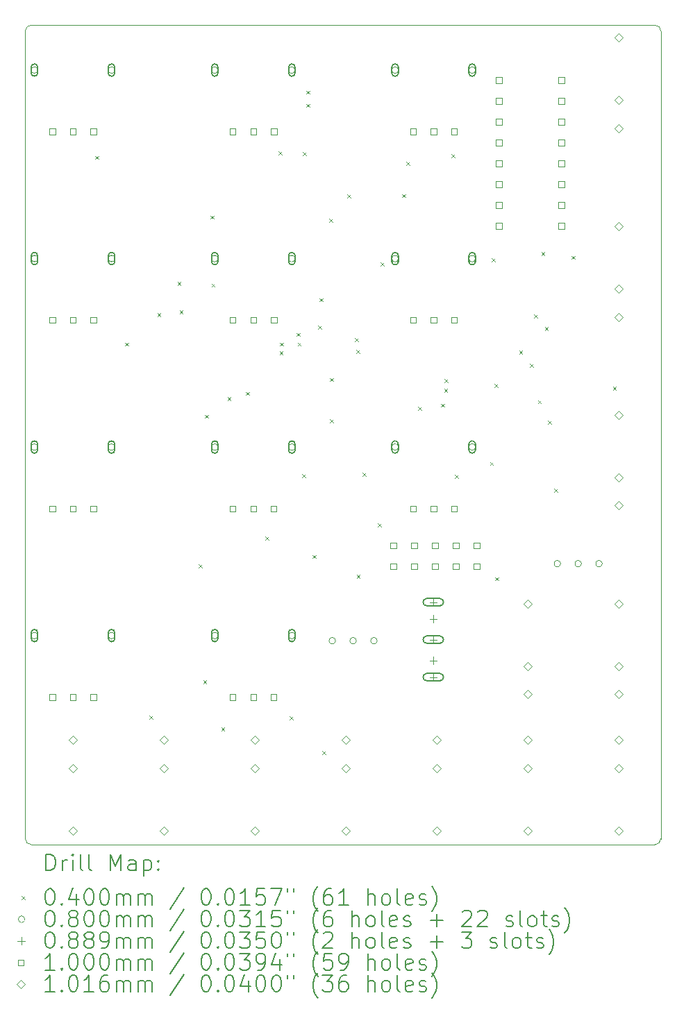
<source format=gbr>
%TF.GenerationSoftware,KiCad,Pcbnew,(6.0.7-1)-1*%
%TF.CreationDate,2022-10-07T09:47:14+07:00*%
%TF.ProjectId,benjolin_1.6,62656e6a-6f6c-4696-9e5f-312e362e6b69,rev?*%
%TF.SameCoordinates,Original*%
%TF.FileFunction,Drillmap*%
%TF.FilePolarity,Positive*%
%FSLAX45Y45*%
G04 Gerber Fmt 4.5, Leading zero omitted, Abs format (unit mm)*
G04 Created by KiCad (PCBNEW (6.0.7-1)-1) date 2022-10-07 09:47:14*
%MOMM*%
%LPD*%
G01*
G04 APERTURE LIST*
%ADD10C,0.100000*%
%ADD11C,0.200000*%
%ADD12C,0.040000*%
%ADD13C,0.080000*%
%ADD14C,0.088900*%
%ADD15C,0.101600*%
G04 APERTURE END LIST*
D10*
X25545061Y-3289968D02*
X25545000Y-13144000D01*
X25470061Y-3214968D02*
X17870000Y-3214968D01*
X17870000Y-13215700D02*
X25469920Y-13215700D01*
X25469921Y-13215749D02*
G75*
G03*
X25545000Y-13144000I-813J76007D01*
G01*
X17795000Y-3289968D02*
X17795000Y-13140700D01*
X17795000Y-13140700D02*
G75*
G03*
X17870000Y-13215700I75000J0D01*
G01*
X17870000Y-3214970D02*
G75*
G03*
X17795000Y-3289968I0J-75000D01*
G01*
X25545061Y-3289968D02*
G75*
G03*
X25470061Y-3214968I-75002J-2D01*
G01*
D11*
D12*
X18646920Y-4811420D02*
X18686920Y-4851420D01*
X18686920Y-4811420D02*
X18646920Y-4851420D01*
X19012130Y-7090510D02*
X19052130Y-7130510D01*
X19052130Y-7090510D02*
X19012130Y-7130510D01*
X19308000Y-11640500D02*
X19348000Y-11680500D01*
X19348000Y-11640500D02*
X19308000Y-11680500D01*
X19404520Y-6731480D02*
X19444520Y-6771480D01*
X19444520Y-6731480D02*
X19404520Y-6771480D01*
X19651550Y-6348330D02*
X19691550Y-6388330D01*
X19691550Y-6348330D02*
X19651550Y-6388330D01*
X19677200Y-6698580D02*
X19717200Y-6738580D01*
X19717200Y-6698580D02*
X19677200Y-6738580D01*
X19911010Y-9793240D02*
X19951010Y-9833240D01*
X19951010Y-9793240D02*
X19911010Y-9833240D01*
X19965000Y-11210700D02*
X20005000Y-11250700D01*
X20005000Y-11210700D02*
X19965000Y-11250700D01*
X19987110Y-7969560D02*
X20027110Y-8009560D01*
X20027110Y-7969560D02*
X19987110Y-8009560D01*
X20055000Y-5540700D02*
X20095000Y-5580700D01*
X20095000Y-5540700D02*
X20055000Y-5580700D01*
X20065000Y-6370700D02*
X20105000Y-6410700D01*
X20105000Y-6370700D02*
X20065000Y-6410700D01*
X20185500Y-11785420D02*
X20225500Y-11825420D01*
X20225500Y-11785420D02*
X20185500Y-11825420D01*
X20260740Y-7755760D02*
X20300740Y-7795760D01*
X20300740Y-7755760D02*
X20260740Y-7795760D01*
X20485000Y-7690700D02*
X20525000Y-7730700D01*
X20525000Y-7690700D02*
X20485000Y-7730700D01*
X20725000Y-9455700D02*
X20765000Y-9495700D01*
X20765000Y-9455700D02*
X20725000Y-9495700D01*
X20880220Y-4755980D02*
X20920220Y-4795980D01*
X20920220Y-4755980D02*
X20880220Y-4795980D01*
X20896710Y-7193800D02*
X20936710Y-7233800D01*
X20936710Y-7193800D02*
X20896710Y-7233800D01*
X20898890Y-7090510D02*
X20938890Y-7130510D01*
X20938890Y-7090510D02*
X20898890Y-7130510D01*
X21020360Y-11651060D02*
X21060360Y-11691060D01*
X21060360Y-11651060D02*
X21020360Y-11691060D01*
X21105000Y-6970700D02*
X21145000Y-7010700D01*
X21145000Y-6970700D02*
X21105000Y-7010700D01*
X21114790Y-7090510D02*
X21154790Y-7130510D01*
X21154790Y-7090510D02*
X21114790Y-7130510D01*
X21172150Y-8692190D02*
X21212150Y-8732190D01*
X21212150Y-8692190D02*
X21172150Y-8732190D01*
X21177900Y-4768050D02*
X21217900Y-4808050D01*
X21217900Y-4768050D02*
X21177900Y-4808050D01*
X21220400Y-4177180D02*
X21260400Y-4217180D01*
X21260400Y-4177180D02*
X21220400Y-4217180D01*
X21221920Y-4016610D02*
X21261920Y-4056610D01*
X21261920Y-4016610D02*
X21221920Y-4056610D01*
X21295000Y-9680700D02*
X21335000Y-9720700D01*
X21335000Y-9680700D02*
X21295000Y-9720700D01*
X21368490Y-6885660D02*
X21408490Y-6925660D01*
X21408490Y-6885660D02*
X21368490Y-6925660D01*
X21384870Y-6549320D02*
X21424870Y-6589320D01*
X21424870Y-6549320D02*
X21384870Y-6589320D01*
X21416200Y-12072300D02*
X21456200Y-12112300D01*
X21456200Y-12072300D02*
X21416200Y-12112300D01*
X21500000Y-5581120D02*
X21540000Y-5621120D01*
X21540000Y-5581120D02*
X21500000Y-5621120D01*
X21509650Y-7522740D02*
X21549650Y-7562740D01*
X21549650Y-7522740D02*
X21509650Y-7562740D01*
X21512250Y-8023580D02*
X21552250Y-8063580D01*
X21552250Y-8023580D02*
X21512250Y-8063580D01*
X21723890Y-5284710D02*
X21763890Y-5324710D01*
X21763890Y-5284710D02*
X21723890Y-5324710D01*
X21813750Y-7036300D02*
X21853750Y-7076300D01*
X21853750Y-7036300D02*
X21813750Y-7076300D01*
X21832950Y-7177860D02*
X21872950Y-7217860D01*
X21872950Y-7177860D02*
X21832950Y-7217860D01*
X21835000Y-9920700D02*
X21875000Y-9960700D01*
X21875000Y-9920700D02*
X21835000Y-9960700D01*
X21906430Y-8675580D02*
X21946430Y-8715580D01*
X21946430Y-8675580D02*
X21906430Y-8715580D01*
X22095230Y-9298070D02*
X22135230Y-9338070D01*
X22135230Y-9298070D02*
X22095230Y-9338070D01*
X22125000Y-6110700D02*
X22165000Y-6150700D01*
X22165000Y-6110700D02*
X22125000Y-6150700D01*
X22388920Y-5278460D02*
X22428920Y-5318460D01*
X22428920Y-5278460D02*
X22388920Y-5318460D01*
X22443520Y-4885320D02*
X22483520Y-4925320D01*
X22483520Y-4885320D02*
X22443520Y-4925320D01*
X22585640Y-7870580D02*
X22625640Y-7910580D01*
X22625640Y-7870580D02*
X22585640Y-7910580D01*
X22866380Y-7834490D02*
X22906380Y-7874490D01*
X22906380Y-7834490D02*
X22866380Y-7874490D01*
X22902680Y-7651650D02*
X22942680Y-7691650D01*
X22942680Y-7651650D02*
X22902680Y-7691650D01*
X22907790Y-7536300D02*
X22947790Y-7576300D01*
X22947790Y-7536300D02*
X22907790Y-7576300D01*
X22989570Y-4791830D02*
X23029570Y-4831830D01*
X23029570Y-4791830D02*
X22989570Y-4831830D01*
X23031480Y-8702640D02*
X23071480Y-8742640D01*
X23071480Y-8702640D02*
X23031480Y-8742640D01*
X23461000Y-8546860D02*
X23501000Y-8586860D01*
X23501000Y-8546860D02*
X23461000Y-8586860D01*
X23485000Y-6060700D02*
X23525000Y-6100700D01*
X23525000Y-6060700D02*
X23485000Y-6100700D01*
X23515560Y-7596270D02*
X23555560Y-7636270D01*
X23555560Y-7596270D02*
X23515560Y-7636270D01*
X23525000Y-9950700D02*
X23565000Y-9990700D01*
X23565000Y-9950700D02*
X23525000Y-9990700D01*
X23816770Y-7184490D02*
X23856770Y-7224490D01*
X23856770Y-7184490D02*
X23816770Y-7224490D01*
X23947130Y-7349250D02*
X23987130Y-7389250D01*
X23987130Y-7349250D02*
X23947130Y-7389250D01*
X24000310Y-6745960D02*
X24040310Y-6785960D01*
X24040310Y-6745960D02*
X24000310Y-6785960D01*
X24045100Y-7792400D02*
X24085100Y-7832400D01*
X24085100Y-7792400D02*
X24045100Y-7832400D01*
X24087050Y-5982630D02*
X24127050Y-6022630D01*
X24127050Y-5982630D02*
X24087050Y-6022630D01*
X24129440Y-6896720D02*
X24169440Y-6936720D01*
X24169440Y-6896720D02*
X24129440Y-6936720D01*
X24170300Y-8045420D02*
X24210300Y-8085420D01*
X24210300Y-8045420D02*
X24170300Y-8085420D01*
X24245000Y-8870700D02*
X24285000Y-8910700D01*
X24285000Y-8870700D02*
X24245000Y-8910700D01*
X24455000Y-6030700D02*
X24495000Y-6070700D01*
X24495000Y-6030700D02*
X24455000Y-6070700D01*
X24959500Y-7627300D02*
X24999500Y-7667300D01*
X24999500Y-7627300D02*
X24959500Y-7667300D01*
D13*
X17946090Y-8364590D02*
G75*
G03*
X17946090Y-8364590I-40000J0D01*
G01*
D11*
X17946090Y-8399590D02*
X17946090Y-8329590D01*
X17866090Y-8399590D02*
X17866090Y-8329590D01*
X17946090Y-8329590D02*
G75*
G03*
X17866090Y-8329590I-40000J0D01*
G01*
X17866090Y-8399590D02*
G75*
G03*
X17946090Y-8399590I40000J0D01*
G01*
D13*
X17946310Y-3765600D02*
G75*
G03*
X17946310Y-3765600I-40000J0D01*
G01*
D11*
X17946310Y-3800600D02*
X17946310Y-3730600D01*
X17866310Y-3800600D02*
X17866310Y-3730600D01*
X17946310Y-3730600D02*
G75*
G03*
X17866310Y-3730600I-40000J0D01*
G01*
X17866310Y-3800600D02*
G75*
G03*
X17946310Y-3800600I40000J0D01*
G01*
D13*
X17946310Y-6065090D02*
G75*
G03*
X17946310Y-6065090I-40000J0D01*
G01*
D11*
X17946310Y-6100090D02*
X17946310Y-6030090D01*
X17866310Y-6100090D02*
X17866310Y-6030090D01*
X17946310Y-6030090D02*
G75*
G03*
X17866310Y-6030090I-40000J0D01*
G01*
X17866310Y-6100090D02*
G75*
G03*
X17946310Y-6100090I40000J0D01*
G01*
D13*
X17946310Y-10664080D02*
G75*
G03*
X17946310Y-10664080I-40000J0D01*
G01*
D11*
X17946310Y-10699080D02*
X17946310Y-10629080D01*
X17866310Y-10699080D02*
X17866310Y-10629080D01*
X17946310Y-10629080D02*
G75*
G03*
X17866310Y-10629080I-40000J0D01*
G01*
X17866310Y-10699080D02*
G75*
G03*
X17946310Y-10699080I40000J0D01*
G01*
D13*
X18886090Y-8364590D02*
G75*
G03*
X18886090Y-8364590I-40000J0D01*
G01*
D11*
X18886090Y-8399590D02*
X18886090Y-8329590D01*
X18806090Y-8399590D02*
X18806090Y-8329590D01*
X18886090Y-8329590D02*
G75*
G03*
X18806090Y-8329590I-40000J0D01*
G01*
X18806090Y-8399590D02*
G75*
G03*
X18886090Y-8399590I40000J0D01*
G01*
D13*
X18886310Y-3765600D02*
G75*
G03*
X18886310Y-3765600I-40000J0D01*
G01*
D11*
X18886310Y-3800600D02*
X18886310Y-3730600D01*
X18806310Y-3800600D02*
X18806310Y-3730600D01*
X18886310Y-3730600D02*
G75*
G03*
X18806310Y-3730600I-40000J0D01*
G01*
X18806310Y-3800600D02*
G75*
G03*
X18886310Y-3800600I40000J0D01*
G01*
D13*
X18886310Y-6065090D02*
G75*
G03*
X18886310Y-6065090I-40000J0D01*
G01*
D11*
X18886310Y-6100090D02*
X18886310Y-6030090D01*
X18806310Y-6100090D02*
X18806310Y-6030090D01*
X18886310Y-6030090D02*
G75*
G03*
X18806310Y-6030090I-40000J0D01*
G01*
X18806310Y-6100090D02*
G75*
G03*
X18886310Y-6100090I40000J0D01*
G01*
D13*
X18886310Y-10664080D02*
G75*
G03*
X18886310Y-10664080I-40000J0D01*
G01*
D11*
X18886310Y-10699080D02*
X18886310Y-10629080D01*
X18806310Y-10699080D02*
X18806310Y-10629080D01*
X18886310Y-10629080D02*
G75*
G03*
X18806310Y-10629080I-40000J0D01*
G01*
X18806310Y-10699080D02*
G75*
G03*
X18886310Y-10699080I40000J0D01*
G01*
D13*
X20145030Y-8364590D02*
G75*
G03*
X20145030Y-8364590I-40000J0D01*
G01*
D11*
X20145030Y-8399590D02*
X20145030Y-8329590D01*
X20065030Y-8399590D02*
X20065030Y-8329590D01*
X20145030Y-8329590D02*
G75*
G03*
X20065030Y-8329590I-40000J0D01*
G01*
X20065030Y-8399590D02*
G75*
G03*
X20145030Y-8399590I40000J0D01*
G01*
D13*
X20145030Y-10664080D02*
G75*
G03*
X20145030Y-10664080I-40000J0D01*
G01*
D11*
X20145030Y-10699080D02*
X20145030Y-10629080D01*
X20065030Y-10699080D02*
X20065030Y-10629080D01*
X20145030Y-10629080D02*
G75*
G03*
X20065030Y-10629080I-40000J0D01*
G01*
X20065030Y-10699080D02*
G75*
G03*
X20145030Y-10699080I40000J0D01*
G01*
D13*
X20145250Y-3765600D02*
G75*
G03*
X20145250Y-3765600I-40000J0D01*
G01*
D11*
X20145250Y-3800600D02*
X20145250Y-3730600D01*
X20065250Y-3800600D02*
X20065250Y-3730600D01*
X20145250Y-3730600D02*
G75*
G03*
X20065250Y-3730600I-40000J0D01*
G01*
X20065250Y-3800600D02*
G75*
G03*
X20145250Y-3800600I40000J0D01*
G01*
D13*
X20145250Y-6065090D02*
G75*
G03*
X20145250Y-6065090I-40000J0D01*
G01*
D11*
X20145250Y-6100090D02*
X20145250Y-6030090D01*
X20065250Y-6100090D02*
X20065250Y-6030090D01*
X20145250Y-6030090D02*
G75*
G03*
X20065250Y-6030090I-40000J0D01*
G01*
X20065250Y-6100090D02*
G75*
G03*
X20145250Y-6100090I40000J0D01*
G01*
D13*
X21085030Y-8364590D02*
G75*
G03*
X21085030Y-8364590I-40000J0D01*
G01*
D11*
X21085030Y-8399590D02*
X21085030Y-8329590D01*
X21005030Y-8399590D02*
X21005030Y-8329590D01*
X21085030Y-8329590D02*
G75*
G03*
X21005030Y-8329590I-40000J0D01*
G01*
X21005030Y-8399590D02*
G75*
G03*
X21085030Y-8399590I40000J0D01*
G01*
D13*
X21085030Y-10664080D02*
G75*
G03*
X21085030Y-10664080I-40000J0D01*
G01*
D11*
X21085030Y-10699080D02*
X21085030Y-10629080D01*
X21005030Y-10699080D02*
X21005030Y-10629080D01*
X21085030Y-10629080D02*
G75*
G03*
X21005030Y-10629080I-40000J0D01*
G01*
X21005030Y-10699080D02*
G75*
G03*
X21085030Y-10699080I40000J0D01*
G01*
D13*
X21085250Y-3765600D02*
G75*
G03*
X21085250Y-3765600I-40000J0D01*
G01*
D11*
X21085250Y-3800600D02*
X21085250Y-3730600D01*
X21005250Y-3800600D02*
X21005250Y-3730600D01*
X21085250Y-3730600D02*
G75*
G03*
X21005250Y-3730600I-40000J0D01*
G01*
X21005250Y-3800600D02*
G75*
G03*
X21085250Y-3800600I40000J0D01*
G01*
D13*
X21085250Y-6065090D02*
G75*
G03*
X21085250Y-6065090I-40000J0D01*
G01*
D11*
X21085250Y-6100090D02*
X21085250Y-6030090D01*
X21005250Y-6100090D02*
X21005250Y-6030090D01*
X21085250Y-6030090D02*
G75*
G03*
X21005250Y-6030090I-40000J0D01*
G01*
X21005250Y-6100090D02*
G75*
G03*
X21085250Y-6100090I40000J0D01*
G01*
D13*
X21577800Y-10726500D02*
G75*
G03*
X21577800Y-10726500I-40000J0D01*
G01*
X21831800Y-10726500D02*
G75*
G03*
X21831800Y-10726500I-40000J0D01*
G01*
X22085800Y-10726500D02*
G75*
G03*
X22085800Y-10726500I-40000J0D01*
G01*
X22343970Y-8364590D02*
G75*
G03*
X22343970Y-8364590I-40000J0D01*
G01*
D11*
X22343970Y-8399590D02*
X22343970Y-8329590D01*
X22263970Y-8399590D02*
X22263970Y-8329590D01*
X22343970Y-8329590D02*
G75*
G03*
X22263970Y-8329590I-40000J0D01*
G01*
X22263970Y-8399590D02*
G75*
G03*
X22343970Y-8399590I40000J0D01*
G01*
D13*
X22344190Y-3765600D02*
G75*
G03*
X22344190Y-3765600I-40000J0D01*
G01*
D11*
X22344190Y-3800600D02*
X22344190Y-3730600D01*
X22264190Y-3800600D02*
X22264190Y-3730600D01*
X22344190Y-3730600D02*
G75*
G03*
X22264190Y-3730600I-40000J0D01*
G01*
X22264190Y-3800600D02*
G75*
G03*
X22344190Y-3800600I40000J0D01*
G01*
D13*
X22344190Y-6065090D02*
G75*
G03*
X22344190Y-6065090I-40000J0D01*
G01*
D11*
X22344190Y-6100090D02*
X22344190Y-6030090D01*
X22264190Y-6100090D02*
X22264190Y-6030090D01*
X22344190Y-6030090D02*
G75*
G03*
X22264190Y-6030090I-40000J0D01*
G01*
X22264190Y-6100090D02*
G75*
G03*
X22344190Y-6100090I40000J0D01*
G01*
D13*
X23283970Y-8364590D02*
G75*
G03*
X23283970Y-8364590I-40000J0D01*
G01*
D11*
X23283970Y-8399590D02*
X23283970Y-8329590D01*
X23203970Y-8399590D02*
X23203970Y-8329590D01*
X23283970Y-8329590D02*
G75*
G03*
X23203970Y-8329590I-40000J0D01*
G01*
X23203970Y-8399590D02*
G75*
G03*
X23283970Y-8399590I40000J0D01*
G01*
D13*
X23284190Y-3765600D02*
G75*
G03*
X23284190Y-3765600I-40000J0D01*
G01*
D11*
X23284190Y-3800600D02*
X23284190Y-3730600D01*
X23204190Y-3800600D02*
X23204190Y-3730600D01*
X23284190Y-3730600D02*
G75*
G03*
X23204190Y-3730600I-40000J0D01*
G01*
X23204190Y-3800600D02*
G75*
G03*
X23284190Y-3800600I40000J0D01*
G01*
D13*
X23284190Y-6065090D02*
G75*
G03*
X23284190Y-6065090I-40000J0D01*
G01*
D11*
X23284190Y-6100090D02*
X23284190Y-6030090D01*
X23204190Y-6100090D02*
X23204190Y-6030090D01*
X23284190Y-6030090D02*
G75*
G03*
X23204190Y-6030090I-40000J0D01*
G01*
X23204190Y-6100090D02*
G75*
G03*
X23284190Y-6100090I40000J0D01*
G01*
D13*
X24322000Y-9786700D02*
G75*
G03*
X24322000Y-9786700I-40000J0D01*
G01*
X24576000Y-9786700D02*
G75*
G03*
X24576000Y-9786700I-40000J0D01*
G01*
X24830000Y-9786700D02*
G75*
G03*
X24830000Y-9786700I-40000J0D01*
G01*
D14*
X22770000Y-10211350D02*
X22770000Y-10300250D01*
X22725550Y-10255800D02*
X22814450Y-10255800D01*
D11*
X22689450Y-10300250D02*
X22850550Y-10300250D01*
X22689450Y-10211350D02*
X22850550Y-10211350D01*
X22850550Y-10300250D02*
G75*
G03*
X22850550Y-10211350I0J44450D01*
G01*
X22689450Y-10211350D02*
G75*
G03*
X22689450Y-10300250I0J-44450D01*
G01*
D14*
X22770000Y-10414550D02*
X22770000Y-10503450D01*
X22725550Y-10459000D02*
X22814450Y-10459000D01*
X22770000Y-10668550D02*
X22770000Y-10757450D01*
X22725550Y-10713000D02*
X22814450Y-10713000D01*
D11*
X22689450Y-10757450D02*
X22850550Y-10757450D01*
X22689450Y-10668550D02*
X22850550Y-10668550D01*
X22850550Y-10757450D02*
G75*
G03*
X22850550Y-10668550I0J44450D01*
G01*
X22689450Y-10668550D02*
G75*
G03*
X22689450Y-10757450I0J-44450D01*
G01*
D14*
X22770000Y-10922550D02*
X22770000Y-11011450D01*
X22725550Y-10967000D02*
X22814450Y-10967000D01*
X22770000Y-11125750D02*
X22770000Y-11214650D01*
X22725550Y-11170200D02*
X22814450Y-11170200D01*
D11*
X22689450Y-11214650D02*
X22850550Y-11214650D01*
X22689450Y-11125750D02*
X22850550Y-11125750D01*
X22850550Y-11214650D02*
G75*
G03*
X22850550Y-11125750I0J44450D01*
G01*
X22689450Y-11125750D02*
G75*
G03*
X22689450Y-11214650I0J-44450D01*
G01*
D10*
X18161446Y-9150746D02*
X18161446Y-9080034D01*
X18090734Y-9080034D01*
X18090734Y-9150746D01*
X18161446Y-9150746D01*
X18161666Y-4551756D02*
X18161666Y-4481044D01*
X18090954Y-4481044D01*
X18090954Y-4551756D01*
X18161666Y-4551756D01*
X18161666Y-6851246D02*
X18161666Y-6780534D01*
X18090954Y-6780534D01*
X18090954Y-6851246D01*
X18161666Y-6851246D01*
X18161666Y-11450236D02*
X18161666Y-11379524D01*
X18090954Y-11379524D01*
X18090954Y-11450236D01*
X18161666Y-11450236D01*
X18411446Y-9150746D02*
X18411446Y-9080034D01*
X18340734Y-9080034D01*
X18340734Y-9150746D01*
X18411446Y-9150746D01*
X18411666Y-4551756D02*
X18411666Y-4481044D01*
X18340954Y-4481044D01*
X18340954Y-4551756D01*
X18411666Y-4551756D01*
X18411666Y-6851246D02*
X18411666Y-6780534D01*
X18340954Y-6780534D01*
X18340954Y-6851246D01*
X18411666Y-6851246D01*
X18411666Y-11450236D02*
X18411666Y-11379524D01*
X18340954Y-11379524D01*
X18340954Y-11450236D01*
X18411666Y-11450236D01*
X18661446Y-9150746D02*
X18661446Y-9080034D01*
X18590734Y-9080034D01*
X18590734Y-9150746D01*
X18661446Y-9150746D01*
X18661666Y-4551756D02*
X18661666Y-4481044D01*
X18590954Y-4481044D01*
X18590954Y-4551756D01*
X18661666Y-4551756D01*
X18661666Y-6851246D02*
X18661666Y-6780534D01*
X18590954Y-6780534D01*
X18590954Y-6851246D01*
X18661666Y-6851246D01*
X18661666Y-11450236D02*
X18661666Y-11379524D01*
X18590954Y-11379524D01*
X18590954Y-11450236D01*
X18661666Y-11450236D01*
X20360386Y-9150746D02*
X20360386Y-9080034D01*
X20289674Y-9080034D01*
X20289674Y-9150746D01*
X20360386Y-9150746D01*
X20360386Y-11450236D02*
X20360386Y-11379524D01*
X20289674Y-11379524D01*
X20289674Y-11450236D01*
X20360386Y-11450236D01*
X20360606Y-4551756D02*
X20360606Y-4481044D01*
X20289894Y-4481044D01*
X20289894Y-4551756D01*
X20360606Y-4551756D01*
X20360606Y-6851246D02*
X20360606Y-6780534D01*
X20289894Y-6780534D01*
X20289894Y-6851246D01*
X20360606Y-6851246D01*
X20610386Y-9150746D02*
X20610386Y-9080034D01*
X20539674Y-9080034D01*
X20539674Y-9150746D01*
X20610386Y-9150746D01*
X20610386Y-11450236D02*
X20610386Y-11379524D01*
X20539674Y-11379524D01*
X20539674Y-11450236D01*
X20610386Y-11450236D01*
X20610606Y-4551756D02*
X20610606Y-4481044D01*
X20539894Y-4481044D01*
X20539894Y-4551756D01*
X20610606Y-4551756D01*
X20610606Y-6851246D02*
X20610606Y-6780534D01*
X20539894Y-6780534D01*
X20539894Y-6851246D01*
X20610606Y-6851246D01*
X20860386Y-9150746D02*
X20860386Y-9080034D01*
X20789674Y-9080034D01*
X20789674Y-9150746D01*
X20860386Y-9150746D01*
X20860386Y-11450236D02*
X20860386Y-11379524D01*
X20789674Y-11379524D01*
X20789674Y-11450236D01*
X20860386Y-11450236D01*
X20860606Y-4551756D02*
X20860606Y-4481044D01*
X20789894Y-4481044D01*
X20789894Y-4551756D01*
X20860606Y-4551756D01*
X20860606Y-6851246D02*
X20860606Y-6780534D01*
X20789894Y-6780534D01*
X20789894Y-6851246D01*
X20860606Y-6851246D01*
X22317356Y-9601106D02*
X22317356Y-9530394D01*
X22246644Y-9530394D01*
X22246644Y-9601106D01*
X22317356Y-9601106D01*
X22317356Y-9855106D02*
X22317356Y-9784394D01*
X22246644Y-9784394D01*
X22246644Y-9855106D01*
X22317356Y-9855106D01*
X22559326Y-9150746D02*
X22559326Y-9080034D01*
X22488614Y-9080034D01*
X22488614Y-9150746D01*
X22559326Y-9150746D01*
X22559546Y-4551756D02*
X22559546Y-4481044D01*
X22488834Y-4481044D01*
X22488834Y-4551756D01*
X22559546Y-4551756D01*
X22559546Y-6851246D02*
X22559546Y-6780534D01*
X22488834Y-6780534D01*
X22488834Y-6851246D01*
X22559546Y-6851246D01*
X22571356Y-9601106D02*
X22571356Y-9530394D01*
X22500644Y-9530394D01*
X22500644Y-9601106D01*
X22571356Y-9601106D01*
X22571356Y-9855106D02*
X22571356Y-9784394D01*
X22500644Y-9784394D01*
X22500644Y-9855106D01*
X22571356Y-9855106D01*
X22809326Y-9150746D02*
X22809326Y-9080034D01*
X22738614Y-9080034D01*
X22738614Y-9150746D01*
X22809326Y-9150746D01*
X22809546Y-4551756D02*
X22809546Y-4481044D01*
X22738834Y-4481044D01*
X22738834Y-4551756D01*
X22809546Y-4551756D01*
X22809546Y-6851246D02*
X22809546Y-6780534D01*
X22738834Y-6780534D01*
X22738834Y-6851246D01*
X22809546Y-6851246D01*
X22825356Y-9601106D02*
X22825356Y-9530394D01*
X22754644Y-9530394D01*
X22754644Y-9601106D01*
X22825356Y-9601106D01*
X22825356Y-9855106D02*
X22825356Y-9784394D01*
X22754644Y-9784394D01*
X22754644Y-9855106D01*
X22825356Y-9855106D01*
X23059326Y-9150746D02*
X23059326Y-9080034D01*
X22988614Y-9080034D01*
X22988614Y-9150746D01*
X23059326Y-9150746D01*
X23059546Y-4551756D02*
X23059546Y-4481044D01*
X22988834Y-4481044D01*
X22988834Y-4551756D01*
X23059546Y-4551756D01*
X23059546Y-6851246D02*
X23059546Y-6780534D01*
X22988834Y-6780534D01*
X22988834Y-6851246D01*
X23059546Y-6851246D01*
X23079356Y-9601106D02*
X23079356Y-9530394D01*
X23008644Y-9530394D01*
X23008644Y-9601106D01*
X23079356Y-9601106D01*
X23079356Y-9855106D02*
X23079356Y-9784394D01*
X23008644Y-9784394D01*
X23008644Y-9855106D01*
X23079356Y-9855106D01*
X23333356Y-9601106D02*
X23333356Y-9530394D01*
X23262644Y-9530394D01*
X23262644Y-9601106D01*
X23333356Y-9601106D01*
X23333356Y-9855106D02*
X23333356Y-9784394D01*
X23262644Y-9784394D01*
X23262644Y-9855106D01*
X23333356Y-9855106D01*
X23605156Y-3925256D02*
X23605156Y-3854544D01*
X23534444Y-3854544D01*
X23534444Y-3925256D01*
X23605156Y-3925256D01*
X23605156Y-4179256D02*
X23605156Y-4108544D01*
X23534444Y-4108544D01*
X23534444Y-4179256D01*
X23605156Y-4179256D01*
X23605156Y-4433256D02*
X23605156Y-4362544D01*
X23534444Y-4362544D01*
X23534444Y-4433256D01*
X23605156Y-4433256D01*
X23605156Y-4687256D02*
X23605156Y-4616544D01*
X23534444Y-4616544D01*
X23534444Y-4687256D01*
X23605156Y-4687256D01*
X23605156Y-4941256D02*
X23605156Y-4870544D01*
X23534444Y-4870544D01*
X23534444Y-4941256D01*
X23605156Y-4941256D01*
X23605156Y-5195256D02*
X23605156Y-5124544D01*
X23534444Y-5124544D01*
X23534444Y-5195256D01*
X23605156Y-5195256D01*
X23605156Y-5449256D02*
X23605156Y-5378544D01*
X23534444Y-5378544D01*
X23534444Y-5449256D01*
X23605156Y-5449256D01*
X23605156Y-5703256D02*
X23605156Y-5632544D01*
X23534444Y-5632544D01*
X23534444Y-5703256D01*
X23605156Y-5703256D01*
X24367156Y-3925256D02*
X24367156Y-3854544D01*
X24296444Y-3854544D01*
X24296444Y-3925256D01*
X24367156Y-3925256D01*
X24367156Y-4179256D02*
X24367156Y-4108544D01*
X24296444Y-4108544D01*
X24296444Y-4179256D01*
X24367156Y-4179256D01*
X24367156Y-4433256D02*
X24367156Y-4362544D01*
X24296444Y-4362544D01*
X24296444Y-4433256D01*
X24367156Y-4433256D01*
X24367156Y-4687256D02*
X24367156Y-4616544D01*
X24296444Y-4616544D01*
X24296444Y-4687256D01*
X24367156Y-4687256D01*
X24367156Y-4941256D02*
X24367156Y-4870544D01*
X24296444Y-4870544D01*
X24296444Y-4941256D01*
X24367156Y-4941256D01*
X24367156Y-5195256D02*
X24367156Y-5124544D01*
X24296444Y-5124544D01*
X24296444Y-5195256D01*
X24367156Y-5195256D01*
X24367156Y-5449256D02*
X24367156Y-5378544D01*
X24296444Y-5378544D01*
X24296444Y-5449256D01*
X24367156Y-5449256D01*
X24367156Y-5703256D02*
X24367156Y-5632544D01*
X24296444Y-5632544D01*
X24296444Y-5703256D01*
X24367156Y-5703256D01*
D15*
X18376310Y-11989400D02*
X18427110Y-11938600D01*
X18376310Y-11887800D01*
X18325510Y-11938600D01*
X18376310Y-11989400D01*
X18376310Y-12332300D02*
X18427110Y-12281500D01*
X18376310Y-12230700D01*
X18325510Y-12281500D01*
X18376310Y-12332300D01*
X18376310Y-13094300D02*
X18427110Y-13043500D01*
X18376310Y-12992700D01*
X18325510Y-13043500D01*
X18376310Y-13094300D01*
X19485443Y-11990700D02*
X19536243Y-11939900D01*
X19485443Y-11889100D01*
X19434643Y-11939900D01*
X19485443Y-11990700D01*
X19485443Y-12333600D02*
X19536243Y-12282800D01*
X19485443Y-12232000D01*
X19434643Y-12282800D01*
X19485443Y-12333600D01*
X19485443Y-13095600D02*
X19536243Y-13044800D01*
X19485443Y-12994000D01*
X19434643Y-13044800D01*
X19485443Y-13095600D01*
X20594577Y-11990700D02*
X20645377Y-11939900D01*
X20594577Y-11889100D01*
X20543777Y-11939900D01*
X20594577Y-11990700D01*
X20594577Y-12333600D02*
X20645377Y-12282800D01*
X20594577Y-12232000D01*
X20543777Y-12282800D01*
X20594577Y-12333600D01*
X20594577Y-13095600D02*
X20645377Y-13044800D01*
X20594577Y-12994000D01*
X20543777Y-13044800D01*
X20594577Y-13095600D01*
X21703710Y-11990700D02*
X21754510Y-11939900D01*
X21703710Y-11889100D01*
X21652910Y-11939900D01*
X21703710Y-11990700D01*
X21703710Y-12333600D02*
X21754510Y-12282800D01*
X21703710Y-12232000D01*
X21652910Y-12282800D01*
X21703710Y-12333600D01*
X21703710Y-13095600D02*
X21754510Y-13044800D01*
X21703710Y-12994000D01*
X21652910Y-13044800D01*
X21703710Y-13095600D01*
X22812843Y-11990700D02*
X22863643Y-11939900D01*
X22812843Y-11889100D01*
X22762043Y-11939900D01*
X22812843Y-11990700D01*
X22812843Y-12333600D02*
X22863643Y-12282800D01*
X22812843Y-12232000D01*
X22762043Y-12282800D01*
X22812843Y-12333600D01*
X22812843Y-13095600D02*
X22863643Y-13044800D01*
X22812843Y-12994000D01*
X22762043Y-13044800D01*
X22812843Y-13095600D01*
X23921976Y-10323470D02*
X23972776Y-10272670D01*
X23921976Y-10221870D01*
X23871176Y-10272670D01*
X23921976Y-10323470D01*
X23921976Y-11085470D02*
X23972776Y-11034670D01*
X23921976Y-10983870D01*
X23871176Y-11034670D01*
X23921976Y-11085470D01*
X23921976Y-11428370D02*
X23972776Y-11377570D01*
X23921976Y-11326770D01*
X23871176Y-11377570D01*
X23921976Y-11428370D01*
X23921976Y-11990700D02*
X23972776Y-11939900D01*
X23921976Y-11889100D01*
X23871176Y-11939900D01*
X23921976Y-11990700D01*
X23921976Y-12333600D02*
X23972776Y-12282800D01*
X23921976Y-12232000D01*
X23871176Y-12282800D01*
X23921976Y-12333600D01*
X23921976Y-13095600D02*
X23972776Y-13044800D01*
X23921976Y-12994000D01*
X23871176Y-13044800D01*
X23921976Y-13095600D01*
X25031148Y-3422706D02*
X25081948Y-3371906D01*
X25031148Y-3321106D01*
X24980348Y-3371906D01*
X25031148Y-3422706D01*
X25031148Y-4184706D02*
X25081948Y-4133906D01*
X25031148Y-4083106D01*
X24980348Y-4133906D01*
X25031148Y-4184706D01*
X25031148Y-4527606D02*
X25081948Y-4476806D01*
X25031148Y-4426006D01*
X24980348Y-4476806D01*
X25031148Y-4527606D01*
X25031148Y-5721980D02*
X25081948Y-5671180D01*
X25031148Y-5620380D01*
X24980348Y-5671180D01*
X25031148Y-5721980D01*
X25031148Y-6483980D02*
X25081948Y-6433180D01*
X25031148Y-6382380D01*
X24980348Y-6433180D01*
X25031148Y-6483980D01*
X25031148Y-6826880D02*
X25081948Y-6776080D01*
X25031148Y-6725280D01*
X24980348Y-6776080D01*
X25031148Y-6826880D01*
X25031148Y-8023220D02*
X25081948Y-7972420D01*
X25031148Y-7921620D01*
X24980348Y-7972420D01*
X25031148Y-8023220D01*
X25031148Y-8785220D02*
X25081948Y-8734420D01*
X25031148Y-8683620D01*
X24980348Y-8734420D01*
X25031148Y-8785220D01*
X25031148Y-9128120D02*
X25081948Y-9077320D01*
X25031148Y-9026520D01*
X24980348Y-9077320D01*
X25031148Y-9128120D01*
X25031148Y-10323470D02*
X25081948Y-10272670D01*
X25031148Y-10221870D01*
X24980348Y-10272670D01*
X25031148Y-10323470D01*
X25031148Y-11085470D02*
X25081948Y-11034670D01*
X25031148Y-10983870D01*
X24980348Y-11034670D01*
X25031148Y-11085470D01*
X25031148Y-11428370D02*
X25081948Y-11377570D01*
X25031148Y-11326770D01*
X24980348Y-11377570D01*
X25031148Y-11428370D01*
X25031148Y-11990700D02*
X25081948Y-11939900D01*
X25031148Y-11889100D01*
X24980348Y-11939900D01*
X25031148Y-11990700D01*
X25031148Y-12333600D02*
X25081948Y-12282800D01*
X25031148Y-12232000D01*
X24980348Y-12282800D01*
X25031148Y-12333600D01*
X25031148Y-13095600D02*
X25081948Y-13044800D01*
X25031148Y-12994000D01*
X24980348Y-13044800D01*
X25031148Y-13095600D01*
D11*
X18047619Y-13531176D02*
X18047619Y-13331176D01*
X18095238Y-13331176D01*
X18123810Y-13340700D01*
X18142857Y-13359748D01*
X18152381Y-13378795D01*
X18161905Y-13416890D01*
X18161905Y-13445462D01*
X18152381Y-13483557D01*
X18142857Y-13502605D01*
X18123810Y-13521652D01*
X18095238Y-13531176D01*
X18047619Y-13531176D01*
X18247619Y-13531176D02*
X18247619Y-13397843D01*
X18247619Y-13435938D02*
X18257143Y-13416890D01*
X18266667Y-13407367D01*
X18285714Y-13397843D01*
X18304762Y-13397843D01*
X18371429Y-13531176D02*
X18371429Y-13397843D01*
X18371429Y-13331176D02*
X18361905Y-13340700D01*
X18371429Y-13350224D01*
X18380952Y-13340700D01*
X18371429Y-13331176D01*
X18371429Y-13350224D01*
X18495238Y-13531176D02*
X18476190Y-13521652D01*
X18466667Y-13502605D01*
X18466667Y-13331176D01*
X18600000Y-13531176D02*
X18580952Y-13521652D01*
X18571429Y-13502605D01*
X18571429Y-13331176D01*
X18828571Y-13531176D02*
X18828571Y-13331176D01*
X18895238Y-13474033D01*
X18961905Y-13331176D01*
X18961905Y-13531176D01*
X19142857Y-13531176D02*
X19142857Y-13426414D01*
X19133333Y-13407367D01*
X19114286Y-13397843D01*
X19076190Y-13397843D01*
X19057143Y-13407367D01*
X19142857Y-13521652D02*
X19123810Y-13531176D01*
X19076190Y-13531176D01*
X19057143Y-13521652D01*
X19047619Y-13502605D01*
X19047619Y-13483557D01*
X19057143Y-13464509D01*
X19076190Y-13454986D01*
X19123810Y-13454986D01*
X19142857Y-13445462D01*
X19238095Y-13397843D02*
X19238095Y-13597843D01*
X19238095Y-13407367D02*
X19257143Y-13397843D01*
X19295238Y-13397843D01*
X19314286Y-13407367D01*
X19323810Y-13416890D01*
X19333333Y-13435938D01*
X19333333Y-13493081D01*
X19323810Y-13512128D01*
X19314286Y-13521652D01*
X19295238Y-13531176D01*
X19257143Y-13531176D01*
X19238095Y-13521652D01*
X19419048Y-13512128D02*
X19428571Y-13521652D01*
X19419048Y-13531176D01*
X19409524Y-13521652D01*
X19419048Y-13512128D01*
X19419048Y-13531176D01*
X19419048Y-13407367D02*
X19428571Y-13416890D01*
X19419048Y-13426414D01*
X19409524Y-13416890D01*
X19419048Y-13407367D01*
X19419048Y-13426414D01*
D12*
X17750000Y-13840700D02*
X17790000Y-13880700D01*
X17790000Y-13840700D02*
X17750000Y-13880700D01*
D11*
X18085714Y-13751176D02*
X18104762Y-13751176D01*
X18123810Y-13760700D01*
X18133333Y-13770224D01*
X18142857Y-13789271D01*
X18152381Y-13827367D01*
X18152381Y-13874986D01*
X18142857Y-13913081D01*
X18133333Y-13932128D01*
X18123810Y-13941652D01*
X18104762Y-13951176D01*
X18085714Y-13951176D01*
X18066667Y-13941652D01*
X18057143Y-13932128D01*
X18047619Y-13913081D01*
X18038095Y-13874986D01*
X18038095Y-13827367D01*
X18047619Y-13789271D01*
X18057143Y-13770224D01*
X18066667Y-13760700D01*
X18085714Y-13751176D01*
X18238095Y-13932128D02*
X18247619Y-13941652D01*
X18238095Y-13951176D01*
X18228571Y-13941652D01*
X18238095Y-13932128D01*
X18238095Y-13951176D01*
X18419048Y-13817843D02*
X18419048Y-13951176D01*
X18371429Y-13741652D02*
X18323810Y-13884509D01*
X18447619Y-13884509D01*
X18561905Y-13751176D02*
X18580952Y-13751176D01*
X18600000Y-13760700D01*
X18609524Y-13770224D01*
X18619048Y-13789271D01*
X18628571Y-13827367D01*
X18628571Y-13874986D01*
X18619048Y-13913081D01*
X18609524Y-13932128D01*
X18600000Y-13941652D01*
X18580952Y-13951176D01*
X18561905Y-13951176D01*
X18542857Y-13941652D01*
X18533333Y-13932128D01*
X18523810Y-13913081D01*
X18514286Y-13874986D01*
X18514286Y-13827367D01*
X18523810Y-13789271D01*
X18533333Y-13770224D01*
X18542857Y-13760700D01*
X18561905Y-13751176D01*
X18752381Y-13751176D02*
X18771429Y-13751176D01*
X18790476Y-13760700D01*
X18800000Y-13770224D01*
X18809524Y-13789271D01*
X18819048Y-13827367D01*
X18819048Y-13874986D01*
X18809524Y-13913081D01*
X18800000Y-13932128D01*
X18790476Y-13941652D01*
X18771429Y-13951176D01*
X18752381Y-13951176D01*
X18733333Y-13941652D01*
X18723810Y-13932128D01*
X18714286Y-13913081D01*
X18704762Y-13874986D01*
X18704762Y-13827367D01*
X18714286Y-13789271D01*
X18723810Y-13770224D01*
X18733333Y-13760700D01*
X18752381Y-13751176D01*
X18904762Y-13951176D02*
X18904762Y-13817843D01*
X18904762Y-13836890D02*
X18914286Y-13827367D01*
X18933333Y-13817843D01*
X18961905Y-13817843D01*
X18980952Y-13827367D01*
X18990476Y-13846414D01*
X18990476Y-13951176D01*
X18990476Y-13846414D02*
X19000000Y-13827367D01*
X19019048Y-13817843D01*
X19047619Y-13817843D01*
X19066667Y-13827367D01*
X19076190Y-13846414D01*
X19076190Y-13951176D01*
X19171429Y-13951176D02*
X19171429Y-13817843D01*
X19171429Y-13836890D02*
X19180952Y-13827367D01*
X19200000Y-13817843D01*
X19228571Y-13817843D01*
X19247619Y-13827367D01*
X19257143Y-13846414D01*
X19257143Y-13951176D01*
X19257143Y-13846414D02*
X19266667Y-13827367D01*
X19285714Y-13817843D01*
X19314286Y-13817843D01*
X19333333Y-13827367D01*
X19342857Y-13846414D01*
X19342857Y-13951176D01*
X19733333Y-13741652D02*
X19561905Y-13998795D01*
X19990476Y-13751176D02*
X20009524Y-13751176D01*
X20028571Y-13760700D01*
X20038095Y-13770224D01*
X20047619Y-13789271D01*
X20057143Y-13827367D01*
X20057143Y-13874986D01*
X20047619Y-13913081D01*
X20038095Y-13932128D01*
X20028571Y-13941652D01*
X20009524Y-13951176D01*
X19990476Y-13951176D01*
X19971429Y-13941652D01*
X19961905Y-13932128D01*
X19952381Y-13913081D01*
X19942857Y-13874986D01*
X19942857Y-13827367D01*
X19952381Y-13789271D01*
X19961905Y-13770224D01*
X19971429Y-13760700D01*
X19990476Y-13751176D01*
X20142857Y-13932128D02*
X20152381Y-13941652D01*
X20142857Y-13951176D01*
X20133333Y-13941652D01*
X20142857Y-13932128D01*
X20142857Y-13951176D01*
X20276190Y-13751176D02*
X20295238Y-13751176D01*
X20314286Y-13760700D01*
X20323810Y-13770224D01*
X20333333Y-13789271D01*
X20342857Y-13827367D01*
X20342857Y-13874986D01*
X20333333Y-13913081D01*
X20323810Y-13932128D01*
X20314286Y-13941652D01*
X20295238Y-13951176D01*
X20276190Y-13951176D01*
X20257143Y-13941652D01*
X20247619Y-13932128D01*
X20238095Y-13913081D01*
X20228571Y-13874986D01*
X20228571Y-13827367D01*
X20238095Y-13789271D01*
X20247619Y-13770224D01*
X20257143Y-13760700D01*
X20276190Y-13751176D01*
X20533333Y-13951176D02*
X20419048Y-13951176D01*
X20476190Y-13951176D02*
X20476190Y-13751176D01*
X20457143Y-13779748D01*
X20438095Y-13798795D01*
X20419048Y-13808319D01*
X20714286Y-13751176D02*
X20619048Y-13751176D01*
X20609524Y-13846414D01*
X20619048Y-13836890D01*
X20638095Y-13827367D01*
X20685714Y-13827367D01*
X20704762Y-13836890D01*
X20714286Y-13846414D01*
X20723810Y-13865462D01*
X20723810Y-13913081D01*
X20714286Y-13932128D01*
X20704762Y-13941652D01*
X20685714Y-13951176D01*
X20638095Y-13951176D01*
X20619048Y-13941652D01*
X20609524Y-13932128D01*
X20790476Y-13751176D02*
X20923810Y-13751176D01*
X20838095Y-13951176D01*
X20990476Y-13751176D02*
X20990476Y-13789271D01*
X21066667Y-13751176D02*
X21066667Y-13789271D01*
X21361905Y-14027367D02*
X21352381Y-14017843D01*
X21333333Y-13989271D01*
X21323810Y-13970224D01*
X21314286Y-13941652D01*
X21304762Y-13894033D01*
X21304762Y-13855938D01*
X21314286Y-13808319D01*
X21323810Y-13779748D01*
X21333333Y-13760700D01*
X21352381Y-13732128D01*
X21361905Y-13722605D01*
X21523810Y-13751176D02*
X21485714Y-13751176D01*
X21466667Y-13760700D01*
X21457143Y-13770224D01*
X21438095Y-13798795D01*
X21428571Y-13836890D01*
X21428571Y-13913081D01*
X21438095Y-13932128D01*
X21447619Y-13941652D01*
X21466667Y-13951176D01*
X21504762Y-13951176D01*
X21523810Y-13941652D01*
X21533333Y-13932128D01*
X21542857Y-13913081D01*
X21542857Y-13865462D01*
X21533333Y-13846414D01*
X21523810Y-13836890D01*
X21504762Y-13827367D01*
X21466667Y-13827367D01*
X21447619Y-13836890D01*
X21438095Y-13846414D01*
X21428571Y-13865462D01*
X21733333Y-13951176D02*
X21619048Y-13951176D01*
X21676190Y-13951176D02*
X21676190Y-13751176D01*
X21657143Y-13779748D01*
X21638095Y-13798795D01*
X21619048Y-13808319D01*
X21971429Y-13951176D02*
X21971429Y-13751176D01*
X22057143Y-13951176D02*
X22057143Y-13846414D01*
X22047619Y-13827367D01*
X22028571Y-13817843D01*
X22000000Y-13817843D01*
X21980952Y-13827367D01*
X21971429Y-13836890D01*
X22180952Y-13951176D02*
X22161905Y-13941652D01*
X22152381Y-13932128D01*
X22142857Y-13913081D01*
X22142857Y-13855938D01*
X22152381Y-13836890D01*
X22161905Y-13827367D01*
X22180952Y-13817843D01*
X22209524Y-13817843D01*
X22228571Y-13827367D01*
X22238095Y-13836890D01*
X22247619Y-13855938D01*
X22247619Y-13913081D01*
X22238095Y-13932128D01*
X22228571Y-13941652D01*
X22209524Y-13951176D01*
X22180952Y-13951176D01*
X22361905Y-13951176D02*
X22342857Y-13941652D01*
X22333333Y-13922605D01*
X22333333Y-13751176D01*
X22514286Y-13941652D02*
X22495238Y-13951176D01*
X22457143Y-13951176D01*
X22438095Y-13941652D01*
X22428571Y-13922605D01*
X22428571Y-13846414D01*
X22438095Y-13827367D01*
X22457143Y-13817843D01*
X22495238Y-13817843D01*
X22514286Y-13827367D01*
X22523809Y-13846414D01*
X22523809Y-13865462D01*
X22428571Y-13884509D01*
X22600000Y-13941652D02*
X22619048Y-13951176D01*
X22657143Y-13951176D01*
X22676190Y-13941652D01*
X22685714Y-13922605D01*
X22685714Y-13913081D01*
X22676190Y-13894033D01*
X22657143Y-13884509D01*
X22628571Y-13884509D01*
X22609524Y-13874986D01*
X22600000Y-13855938D01*
X22600000Y-13846414D01*
X22609524Y-13827367D01*
X22628571Y-13817843D01*
X22657143Y-13817843D01*
X22676190Y-13827367D01*
X22752381Y-14027367D02*
X22761905Y-14017843D01*
X22780952Y-13989271D01*
X22790476Y-13970224D01*
X22800000Y-13941652D01*
X22809524Y-13894033D01*
X22809524Y-13855938D01*
X22800000Y-13808319D01*
X22790476Y-13779748D01*
X22780952Y-13760700D01*
X22761905Y-13732128D01*
X22752381Y-13722605D01*
D13*
X17790000Y-14124700D02*
G75*
G03*
X17790000Y-14124700I-40000J0D01*
G01*
D11*
X18085714Y-14015176D02*
X18104762Y-14015176D01*
X18123810Y-14024700D01*
X18133333Y-14034224D01*
X18142857Y-14053271D01*
X18152381Y-14091367D01*
X18152381Y-14138986D01*
X18142857Y-14177081D01*
X18133333Y-14196128D01*
X18123810Y-14205652D01*
X18104762Y-14215176D01*
X18085714Y-14215176D01*
X18066667Y-14205652D01*
X18057143Y-14196128D01*
X18047619Y-14177081D01*
X18038095Y-14138986D01*
X18038095Y-14091367D01*
X18047619Y-14053271D01*
X18057143Y-14034224D01*
X18066667Y-14024700D01*
X18085714Y-14015176D01*
X18238095Y-14196128D02*
X18247619Y-14205652D01*
X18238095Y-14215176D01*
X18228571Y-14205652D01*
X18238095Y-14196128D01*
X18238095Y-14215176D01*
X18361905Y-14100890D02*
X18342857Y-14091367D01*
X18333333Y-14081843D01*
X18323810Y-14062795D01*
X18323810Y-14053271D01*
X18333333Y-14034224D01*
X18342857Y-14024700D01*
X18361905Y-14015176D01*
X18400000Y-14015176D01*
X18419048Y-14024700D01*
X18428571Y-14034224D01*
X18438095Y-14053271D01*
X18438095Y-14062795D01*
X18428571Y-14081843D01*
X18419048Y-14091367D01*
X18400000Y-14100890D01*
X18361905Y-14100890D01*
X18342857Y-14110414D01*
X18333333Y-14119938D01*
X18323810Y-14138986D01*
X18323810Y-14177081D01*
X18333333Y-14196128D01*
X18342857Y-14205652D01*
X18361905Y-14215176D01*
X18400000Y-14215176D01*
X18419048Y-14205652D01*
X18428571Y-14196128D01*
X18438095Y-14177081D01*
X18438095Y-14138986D01*
X18428571Y-14119938D01*
X18419048Y-14110414D01*
X18400000Y-14100890D01*
X18561905Y-14015176D02*
X18580952Y-14015176D01*
X18600000Y-14024700D01*
X18609524Y-14034224D01*
X18619048Y-14053271D01*
X18628571Y-14091367D01*
X18628571Y-14138986D01*
X18619048Y-14177081D01*
X18609524Y-14196128D01*
X18600000Y-14205652D01*
X18580952Y-14215176D01*
X18561905Y-14215176D01*
X18542857Y-14205652D01*
X18533333Y-14196128D01*
X18523810Y-14177081D01*
X18514286Y-14138986D01*
X18514286Y-14091367D01*
X18523810Y-14053271D01*
X18533333Y-14034224D01*
X18542857Y-14024700D01*
X18561905Y-14015176D01*
X18752381Y-14015176D02*
X18771429Y-14015176D01*
X18790476Y-14024700D01*
X18800000Y-14034224D01*
X18809524Y-14053271D01*
X18819048Y-14091367D01*
X18819048Y-14138986D01*
X18809524Y-14177081D01*
X18800000Y-14196128D01*
X18790476Y-14205652D01*
X18771429Y-14215176D01*
X18752381Y-14215176D01*
X18733333Y-14205652D01*
X18723810Y-14196128D01*
X18714286Y-14177081D01*
X18704762Y-14138986D01*
X18704762Y-14091367D01*
X18714286Y-14053271D01*
X18723810Y-14034224D01*
X18733333Y-14024700D01*
X18752381Y-14015176D01*
X18904762Y-14215176D02*
X18904762Y-14081843D01*
X18904762Y-14100890D02*
X18914286Y-14091367D01*
X18933333Y-14081843D01*
X18961905Y-14081843D01*
X18980952Y-14091367D01*
X18990476Y-14110414D01*
X18990476Y-14215176D01*
X18990476Y-14110414D02*
X19000000Y-14091367D01*
X19019048Y-14081843D01*
X19047619Y-14081843D01*
X19066667Y-14091367D01*
X19076190Y-14110414D01*
X19076190Y-14215176D01*
X19171429Y-14215176D02*
X19171429Y-14081843D01*
X19171429Y-14100890D02*
X19180952Y-14091367D01*
X19200000Y-14081843D01*
X19228571Y-14081843D01*
X19247619Y-14091367D01*
X19257143Y-14110414D01*
X19257143Y-14215176D01*
X19257143Y-14110414D02*
X19266667Y-14091367D01*
X19285714Y-14081843D01*
X19314286Y-14081843D01*
X19333333Y-14091367D01*
X19342857Y-14110414D01*
X19342857Y-14215176D01*
X19733333Y-14005652D02*
X19561905Y-14262795D01*
X19990476Y-14015176D02*
X20009524Y-14015176D01*
X20028571Y-14024700D01*
X20038095Y-14034224D01*
X20047619Y-14053271D01*
X20057143Y-14091367D01*
X20057143Y-14138986D01*
X20047619Y-14177081D01*
X20038095Y-14196128D01*
X20028571Y-14205652D01*
X20009524Y-14215176D01*
X19990476Y-14215176D01*
X19971429Y-14205652D01*
X19961905Y-14196128D01*
X19952381Y-14177081D01*
X19942857Y-14138986D01*
X19942857Y-14091367D01*
X19952381Y-14053271D01*
X19961905Y-14034224D01*
X19971429Y-14024700D01*
X19990476Y-14015176D01*
X20142857Y-14196128D02*
X20152381Y-14205652D01*
X20142857Y-14215176D01*
X20133333Y-14205652D01*
X20142857Y-14196128D01*
X20142857Y-14215176D01*
X20276190Y-14015176D02*
X20295238Y-14015176D01*
X20314286Y-14024700D01*
X20323810Y-14034224D01*
X20333333Y-14053271D01*
X20342857Y-14091367D01*
X20342857Y-14138986D01*
X20333333Y-14177081D01*
X20323810Y-14196128D01*
X20314286Y-14205652D01*
X20295238Y-14215176D01*
X20276190Y-14215176D01*
X20257143Y-14205652D01*
X20247619Y-14196128D01*
X20238095Y-14177081D01*
X20228571Y-14138986D01*
X20228571Y-14091367D01*
X20238095Y-14053271D01*
X20247619Y-14034224D01*
X20257143Y-14024700D01*
X20276190Y-14015176D01*
X20409524Y-14015176D02*
X20533333Y-14015176D01*
X20466667Y-14091367D01*
X20495238Y-14091367D01*
X20514286Y-14100890D01*
X20523810Y-14110414D01*
X20533333Y-14129462D01*
X20533333Y-14177081D01*
X20523810Y-14196128D01*
X20514286Y-14205652D01*
X20495238Y-14215176D01*
X20438095Y-14215176D01*
X20419048Y-14205652D01*
X20409524Y-14196128D01*
X20723810Y-14215176D02*
X20609524Y-14215176D01*
X20666667Y-14215176D02*
X20666667Y-14015176D01*
X20647619Y-14043748D01*
X20628571Y-14062795D01*
X20609524Y-14072319D01*
X20904762Y-14015176D02*
X20809524Y-14015176D01*
X20800000Y-14110414D01*
X20809524Y-14100890D01*
X20828571Y-14091367D01*
X20876190Y-14091367D01*
X20895238Y-14100890D01*
X20904762Y-14110414D01*
X20914286Y-14129462D01*
X20914286Y-14177081D01*
X20904762Y-14196128D01*
X20895238Y-14205652D01*
X20876190Y-14215176D01*
X20828571Y-14215176D01*
X20809524Y-14205652D01*
X20800000Y-14196128D01*
X20990476Y-14015176D02*
X20990476Y-14053271D01*
X21066667Y-14015176D02*
X21066667Y-14053271D01*
X21361905Y-14291367D02*
X21352381Y-14281843D01*
X21333333Y-14253271D01*
X21323810Y-14234224D01*
X21314286Y-14205652D01*
X21304762Y-14158033D01*
X21304762Y-14119938D01*
X21314286Y-14072319D01*
X21323810Y-14043748D01*
X21333333Y-14024700D01*
X21352381Y-13996128D01*
X21361905Y-13986605D01*
X21523810Y-14015176D02*
X21485714Y-14015176D01*
X21466667Y-14024700D01*
X21457143Y-14034224D01*
X21438095Y-14062795D01*
X21428571Y-14100890D01*
X21428571Y-14177081D01*
X21438095Y-14196128D01*
X21447619Y-14205652D01*
X21466667Y-14215176D01*
X21504762Y-14215176D01*
X21523810Y-14205652D01*
X21533333Y-14196128D01*
X21542857Y-14177081D01*
X21542857Y-14129462D01*
X21533333Y-14110414D01*
X21523810Y-14100890D01*
X21504762Y-14091367D01*
X21466667Y-14091367D01*
X21447619Y-14100890D01*
X21438095Y-14110414D01*
X21428571Y-14129462D01*
X21780952Y-14215176D02*
X21780952Y-14015176D01*
X21866667Y-14215176D02*
X21866667Y-14110414D01*
X21857143Y-14091367D01*
X21838095Y-14081843D01*
X21809524Y-14081843D01*
X21790476Y-14091367D01*
X21780952Y-14100890D01*
X21990476Y-14215176D02*
X21971429Y-14205652D01*
X21961905Y-14196128D01*
X21952381Y-14177081D01*
X21952381Y-14119938D01*
X21961905Y-14100890D01*
X21971429Y-14091367D01*
X21990476Y-14081843D01*
X22019048Y-14081843D01*
X22038095Y-14091367D01*
X22047619Y-14100890D01*
X22057143Y-14119938D01*
X22057143Y-14177081D01*
X22047619Y-14196128D01*
X22038095Y-14205652D01*
X22019048Y-14215176D01*
X21990476Y-14215176D01*
X22171429Y-14215176D02*
X22152381Y-14205652D01*
X22142857Y-14186605D01*
X22142857Y-14015176D01*
X22323810Y-14205652D02*
X22304762Y-14215176D01*
X22266667Y-14215176D01*
X22247619Y-14205652D01*
X22238095Y-14186605D01*
X22238095Y-14110414D01*
X22247619Y-14091367D01*
X22266667Y-14081843D01*
X22304762Y-14081843D01*
X22323810Y-14091367D01*
X22333333Y-14110414D01*
X22333333Y-14129462D01*
X22238095Y-14148509D01*
X22409524Y-14205652D02*
X22428571Y-14215176D01*
X22466667Y-14215176D01*
X22485714Y-14205652D01*
X22495238Y-14186605D01*
X22495238Y-14177081D01*
X22485714Y-14158033D01*
X22466667Y-14148509D01*
X22438095Y-14148509D01*
X22419048Y-14138986D01*
X22409524Y-14119938D01*
X22409524Y-14110414D01*
X22419048Y-14091367D01*
X22438095Y-14081843D01*
X22466667Y-14081843D01*
X22485714Y-14091367D01*
X22733333Y-14138986D02*
X22885714Y-14138986D01*
X22809524Y-14215176D02*
X22809524Y-14062795D01*
X23123809Y-14034224D02*
X23133333Y-14024700D01*
X23152381Y-14015176D01*
X23200000Y-14015176D01*
X23219048Y-14024700D01*
X23228571Y-14034224D01*
X23238095Y-14053271D01*
X23238095Y-14072319D01*
X23228571Y-14100890D01*
X23114286Y-14215176D01*
X23238095Y-14215176D01*
X23314286Y-14034224D02*
X23323809Y-14024700D01*
X23342857Y-14015176D01*
X23390476Y-14015176D01*
X23409524Y-14024700D01*
X23419048Y-14034224D01*
X23428571Y-14053271D01*
X23428571Y-14072319D01*
X23419048Y-14100890D01*
X23304762Y-14215176D01*
X23428571Y-14215176D01*
X23657143Y-14205652D02*
X23676190Y-14215176D01*
X23714286Y-14215176D01*
X23733333Y-14205652D01*
X23742857Y-14186605D01*
X23742857Y-14177081D01*
X23733333Y-14158033D01*
X23714286Y-14148509D01*
X23685714Y-14148509D01*
X23666667Y-14138986D01*
X23657143Y-14119938D01*
X23657143Y-14110414D01*
X23666667Y-14091367D01*
X23685714Y-14081843D01*
X23714286Y-14081843D01*
X23733333Y-14091367D01*
X23857143Y-14215176D02*
X23838095Y-14205652D01*
X23828571Y-14186605D01*
X23828571Y-14015176D01*
X23961905Y-14215176D02*
X23942857Y-14205652D01*
X23933333Y-14196128D01*
X23923809Y-14177081D01*
X23923809Y-14119938D01*
X23933333Y-14100890D01*
X23942857Y-14091367D01*
X23961905Y-14081843D01*
X23990476Y-14081843D01*
X24009524Y-14091367D01*
X24019048Y-14100890D01*
X24028571Y-14119938D01*
X24028571Y-14177081D01*
X24019048Y-14196128D01*
X24009524Y-14205652D01*
X23990476Y-14215176D01*
X23961905Y-14215176D01*
X24085714Y-14081843D02*
X24161905Y-14081843D01*
X24114286Y-14015176D02*
X24114286Y-14186605D01*
X24123809Y-14205652D01*
X24142857Y-14215176D01*
X24161905Y-14215176D01*
X24219048Y-14205652D02*
X24238095Y-14215176D01*
X24276190Y-14215176D01*
X24295238Y-14205652D01*
X24304762Y-14186605D01*
X24304762Y-14177081D01*
X24295238Y-14158033D01*
X24276190Y-14148509D01*
X24247619Y-14148509D01*
X24228571Y-14138986D01*
X24219048Y-14119938D01*
X24219048Y-14110414D01*
X24228571Y-14091367D01*
X24247619Y-14081843D01*
X24276190Y-14081843D01*
X24295238Y-14091367D01*
X24371428Y-14291367D02*
X24380952Y-14281843D01*
X24400000Y-14253271D01*
X24409524Y-14234224D01*
X24419048Y-14205652D01*
X24428571Y-14158033D01*
X24428571Y-14119938D01*
X24419048Y-14072319D01*
X24409524Y-14043748D01*
X24400000Y-14024700D01*
X24380952Y-13996128D01*
X24371428Y-13986605D01*
D14*
X17745550Y-14344250D02*
X17745550Y-14433150D01*
X17701100Y-14388700D02*
X17790000Y-14388700D01*
D11*
X18085714Y-14279176D02*
X18104762Y-14279176D01*
X18123810Y-14288700D01*
X18133333Y-14298224D01*
X18142857Y-14317271D01*
X18152381Y-14355367D01*
X18152381Y-14402986D01*
X18142857Y-14441081D01*
X18133333Y-14460128D01*
X18123810Y-14469652D01*
X18104762Y-14479176D01*
X18085714Y-14479176D01*
X18066667Y-14469652D01*
X18057143Y-14460128D01*
X18047619Y-14441081D01*
X18038095Y-14402986D01*
X18038095Y-14355367D01*
X18047619Y-14317271D01*
X18057143Y-14298224D01*
X18066667Y-14288700D01*
X18085714Y-14279176D01*
X18238095Y-14460128D02*
X18247619Y-14469652D01*
X18238095Y-14479176D01*
X18228571Y-14469652D01*
X18238095Y-14460128D01*
X18238095Y-14479176D01*
X18361905Y-14364890D02*
X18342857Y-14355367D01*
X18333333Y-14345843D01*
X18323810Y-14326795D01*
X18323810Y-14317271D01*
X18333333Y-14298224D01*
X18342857Y-14288700D01*
X18361905Y-14279176D01*
X18400000Y-14279176D01*
X18419048Y-14288700D01*
X18428571Y-14298224D01*
X18438095Y-14317271D01*
X18438095Y-14326795D01*
X18428571Y-14345843D01*
X18419048Y-14355367D01*
X18400000Y-14364890D01*
X18361905Y-14364890D01*
X18342857Y-14374414D01*
X18333333Y-14383938D01*
X18323810Y-14402986D01*
X18323810Y-14441081D01*
X18333333Y-14460128D01*
X18342857Y-14469652D01*
X18361905Y-14479176D01*
X18400000Y-14479176D01*
X18419048Y-14469652D01*
X18428571Y-14460128D01*
X18438095Y-14441081D01*
X18438095Y-14402986D01*
X18428571Y-14383938D01*
X18419048Y-14374414D01*
X18400000Y-14364890D01*
X18552381Y-14364890D02*
X18533333Y-14355367D01*
X18523810Y-14345843D01*
X18514286Y-14326795D01*
X18514286Y-14317271D01*
X18523810Y-14298224D01*
X18533333Y-14288700D01*
X18552381Y-14279176D01*
X18590476Y-14279176D01*
X18609524Y-14288700D01*
X18619048Y-14298224D01*
X18628571Y-14317271D01*
X18628571Y-14326795D01*
X18619048Y-14345843D01*
X18609524Y-14355367D01*
X18590476Y-14364890D01*
X18552381Y-14364890D01*
X18533333Y-14374414D01*
X18523810Y-14383938D01*
X18514286Y-14402986D01*
X18514286Y-14441081D01*
X18523810Y-14460128D01*
X18533333Y-14469652D01*
X18552381Y-14479176D01*
X18590476Y-14479176D01*
X18609524Y-14469652D01*
X18619048Y-14460128D01*
X18628571Y-14441081D01*
X18628571Y-14402986D01*
X18619048Y-14383938D01*
X18609524Y-14374414D01*
X18590476Y-14364890D01*
X18723810Y-14479176D02*
X18761905Y-14479176D01*
X18780952Y-14469652D01*
X18790476Y-14460128D01*
X18809524Y-14431557D01*
X18819048Y-14393462D01*
X18819048Y-14317271D01*
X18809524Y-14298224D01*
X18800000Y-14288700D01*
X18780952Y-14279176D01*
X18742857Y-14279176D01*
X18723810Y-14288700D01*
X18714286Y-14298224D01*
X18704762Y-14317271D01*
X18704762Y-14364890D01*
X18714286Y-14383938D01*
X18723810Y-14393462D01*
X18742857Y-14402986D01*
X18780952Y-14402986D01*
X18800000Y-14393462D01*
X18809524Y-14383938D01*
X18819048Y-14364890D01*
X18904762Y-14479176D02*
X18904762Y-14345843D01*
X18904762Y-14364890D02*
X18914286Y-14355367D01*
X18933333Y-14345843D01*
X18961905Y-14345843D01*
X18980952Y-14355367D01*
X18990476Y-14374414D01*
X18990476Y-14479176D01*
X18990476Y-14374414D02*
X19000000Y-14355367D01*
X19019048Y-14345843D01*
X19047619Y-14345843D01*
X19066667Y-14355367D01*
X19076190Y-14374414D01*
X19076190Y-14479176D01*
X19171429Y-14479176D02*
X19171429Y-14345843D01*
X19171429Y-14364890D02*
X19180952Y-14355367D01*
X19200000Y-14345843D01*
X19228571Y-14345843D01*
X19247619Y-14355367D01*
X19257143Y-14374414D01*
X19257143Y-14479176D01*
X19257143Y-14374414D02*
X19266667Y-14355367D01*
X19285714Y-14345843D01*
X19314286Y-14345843D01*
X19333333Y-14355367D01*
X19342857Y-14374414D01*
X19342857Y-14479176D01*
X19733333Y-14269652D02*
X19561905Y-14526795D01*
X19990476Y-14279176D02*
X20009524Y-14279176D01*
X20028571Y-14288700D01*
X20038095Y-14298224D01*
X20047619Y-14317271D01*
X20057143Y-14355367D01*
X20057143Y-14402986D01*
X20047619Y-14441081D01*
X20038095Y-14460128D01*
X20028571Y-14469652D01*
X20009524Y-14479176D01*
X19990476Y-14479176D01*
X19971429Y-14469652D01*
X19961905Y-14460128D01*
X19952381Y-14441081D01*
X19942857Y-14402986D01*
X19942857Y-14355367D01*
X19952381Y-14317271D01*
X19961905Y-14298224D01*
X19971429Y-14288700D01*
X19990476Y-14279176D01*
X20142857Y-14460128D02*
X20152381Y-14469652D01*
X20142857Y-14479176D01*
X20133333Y-14469652D01*
X20142857Y-14460128D01*
X20142857Y-14479176D01*
X20276190Y-14279176D02*
X20295238Y-14279176D01*
X20314286Y-14288700D01*
X20323810Y-14298224D01*
X20333333Y-14317271D01*
X20342857Y-14355367D01*
X20342857Y-14402986D01*
X20333333Y-14441081D01*
X20323810Y-14460128D01*
X20314286Y-14469652D01*
X20295238Y-14479176D01*
X20276190Y-14479176D01*
X20257143Y-14469652D01*
X20247619Y-14460128D01*
X20238095Y-14441081D01*
X20228571Y-14402986D01*
X20228571Y-14355367D01*
X20238095Y-14317271D01*
X20247619Y-14298224D01*
X20257143Y-14288700D01*
X20276190Y-14279176D01*
X20409524Y-14279176D02*
X20533333Y-14279176D01*
X20466667Y-14355367D01*
X20495238Y-14355367D01*
X20514286Y-14364890D01*
X20523810Y-14374414D01*
X20533333Y-14393462D01*
X20533333Y-14441081D01*
X20523810Y-14460128D01*
X20514286Y-14469652D01*
X20495238Y-14479176D01*
X20438095Y-14479176D01*
X20419048Y-14469652D01*
X20409524Y-14460128D01*
X20714286Y-14279176D02*
X20619048Y-14279176D01*
X20609524Y-14374414D01*
X20619048Y-14364890D01*
X20638095Y-14355367D01*
X20685714Y-14355367D01*
X20704762Y-14364890D01*
X20714286Y-14374414D01*
X20723810Y-14393462D01*
X20723810Y-14441081D01*
X20714286Y-14460128D01*
X20704762Y-14469652D01*
X20685714Y-14479176D01*
X20638095Y-14479176D01*
X20619048Y-14469652D01*
X20609524Y-14460128D01*
X20847619Y-14279176D02*
X20866667Y-14279176D01*
X20885714Y-14288700D01*
X20895238Y-14298224D01*
X20904762Y-14317271D01*
X20914286Y-14355367D01*
X20914286Y-14402986D01*
X20904762Y-14441081D01*
X20895238Y-14460128D01*
X20885714Y-14469652D01*
X20866667Y-14479176D01*
X20847619Y-14479176D01*
X20828571Y-14469652D01*
X20819048Y-14460128D01*
X20809524Y-14441081D01*
X20800000Y-14402986D01*
X20800000Y-14355367D01*
X20809524Y-14317271D01*
X20819048Y-14298224D01*
X20828571Y-14288700D01*
X20847619Y-14279176D01*
X20990476Y-14279176D02*
X20990476Y-14317271D01*
X21066667Y-14279176D02*
X21066667Y-14317271D01*
X21361905Y-14555367D02*
X21352381Y-14545843D01*
X21333333Y-14517271D01*
X21323810Y-14498224D01*
X21314286Y-14469652D01*
X21304762Y-14422033D01*
X21304762Y-14383938D01*
X21314286Y-14336319D01*
X21323810Y-14307748D01*
X21333333Y-14288700D01*
X21352381Y-14260128D01*
X21361905Y-14250605D01*
X21428571Y-14298224D02*
X21438095Y-14288700D01*
X21457143Y-14279176D01*
X21504762Y-14279176D01*
X21523810Y-14288700D01*
X21533333Y-14298224D01*
X21542857Y-14317271D01*
X21542857Y-14336319D01*
X21533333Y-14364890D01*
X21419048Y-14479176D01*
X21542857Y-14479176D01*
X21780952Y-14479176D02*
X21780952Y-14279176D01*
X21866667Y-14479176D02*
X21866667Y-14374414D01*
X21857143Y-14355367D01*
X21838095Y-14345843D01*
X21809524Y-14345843D01*
X21790476Y-14355367D01*
X21780952Y-14364890D01*
X21990476Y-14479176D02*
X21971429Y-14469652D01*
X21961905Y-14460128D01*
X21952381Y-14441081D01*
X21952381Y-14383938D01*
X21961905Y-14364890D01*
X21971429Y-14355367D01*
X21990476Y-14345843D01*
X22019048Y-14345843D01*
X22038095Y-14355367D01*
X22047619Y-14364890D01*
X22057143Y-14383938D01*
X22057143Y-14441081D01*
X22047619Y-14460128D01*
X22038095Y-14469652D01*
X22019048Y-14479176D01*
X21990476Y-14479176D01*
X22171429Y-14479176D02*
X22152381Y-14469652D01*
X22142857Y-14450605D01*
X22142857Y-14279176D01*
X22323810Y-14469652D02*
X22304762Y-14479176D01*
X22266667Y-14479176D01*
X22247619Y-14469652D01*
X22238095Y-14450605D01*
X22238095Y-14374414D01*
X22247619Y-14355367D01*
X22266667Y-14345843D01*
X22304762Y-14345843D01*
X22323810Y-14355367D01*
X22333333Y-14374414D01*
X22333333Y-14393462D01*
X22238095Y-14412509D01*
X22409524Y-14469652D02*
X22428571Y-14479176D01*
X22466667Y-14479176D01*
X22485714Y-14469652D01*
X22495238Y-14450605D01*
X22495238Y-14441081D01*
X22485714Y-14422033D01*
X22466667Y-14412509D01*
X22438095Y-14412509D01*
X22419048Y-14402986D01*
X22409524Y-14383938D01*
X22409524Y-14374414D01*
X22419048Y-14355367D01*
X22438095Y-14345843D01*
X22466667Y-14345843D01*
X22485714Y-14355367D01*
X22733333Y-14402986D02*
X22885714Y-14402986D01*
X22809524Y-14479176D02*
X22809524Y-14326795D01*
X23114286Y-14279176D02*
X23238095Y-14279176D01*
X23171428Y-14355367D01*
X23200000Y-14355367D01*
X23219048Y-14364890D01*
X23228571Y-14374414D01*
X23238095Y-14393462D01*
X23238095Y-14441081D01*
X23228571Y-14460128D01*
X23219048Y-14469652D01*
X23200000Y-14479176D01*
X23142857Y-14479176D01*
X23123809Y-14469652D01*
X23114286Y-14460128D01*
X23466667Y-14469652D02*
X23485714Y-14479176D01*
X23523809Y-14479176D01*
X23542857Y-14469652D01*
X23552381Y-14450605D01*
X23552381Y-14441081D01*
X23542857Y-14422033D01*
X23523809Y-14412509D01*
X23495238Y-14412509D01*
X23476190Y-14402986D01*
X23466667Y-14383938D01*
X23466667Y-14374414D01*
X23476190Y-14355367D01*
X23495238Y-14345843D01*
X23523809Y-14345843D01*
X23542857Y-14355367D01*
X23666667Y-14479176D02*
X23647619Y-14469652D01*
X23638095Y-14450605D01*
X23638095Y-14279176D01*
X23771428Y-14479176D02*
X23752381Y-14469652D01*
X23742857Y-14460128D01*
X23733333Y-14441081D01*
X23733333Y-14383938D01*
X23742857Y-14364890D01*
X23752381Y-14355367D01*
X23771428Y-14345843D01*
X23800000Y-14345843D01*
X23819048Y-14355367D01*
X23828571Y-14364890D01*
X23838095Y-14383938D01*
X23838095Y-14441081D01*
X23828571Y-14460128D01*
X23819048Y-14469652D01*
X23800000Y-14479176D01*
X23771428Y-14479176D01*
X23895238Y-14345843D02*
X23971428Y-14345843D01*
X23923809Y-14279176D02*
X23923809Y-14450605D01*
X23933333Y-14469652D01*
X23952381Y-14479176D01*
X23971428Y-14479176D01*
X24028571Y-14469652D02*
X24047619Y-14479176D01*
X24085714Y-14479176D01*
X24104762Y-14469652D01*
X24114286Y-14450605D01*
X24114286Y-14441081D01*
X24104762Y-14422033D01*
X24085714Y-14412509D01*
X24057143Y-14412509D01*
X24038095Y-14402986D01*
X24028571Y-14383938D01*
X24028571Y-14374414D01*
X24038095Y-14355367D01*
X24057143Y-14345843D01*
X24085714Y-14345843D01*
X24104762Y-14355367D01*
X24180952Y-14555367D02*
X24190476Y-14545843D01*
X24209524Y-14517271D01*
X24219048Y-14498224D01*
X24228571Y-14469652D01*
X24238095Y-14422033D01*
X24238095Y-14383938D01*
X24228571Y-14336319D01*
X24219048Y-14307748D01*
X24209524Y-14288700D01*
X24190476Y-14260128D01*
X24180952Y-14250605D01*
D10*
X17775356Y-14688056D02*
X17775356Y-14617344D01*
X17704644Y-14617344D01*
X17704644Y-14688056D01*
X17775356Y-14688056D01*
D11*
X18152381Y-14743176D02*
X18038095Y-14743176D01*
X18095238Y-14743176D02*
X18095238Y-14543176D01*
X18076190Y-14571748D01*
X18057143Y-14590795D01*
X18038095Y-14600319D01*
X18238095Y-14724128D02*
X18247619Y-14733652D01*
X18238095Y-14743176D01*
X18228571Y-14733652D01*
X18238095Y-14724128D01*
X18238095Y-14743176D01*
X18371429Y-14543176D02*
X18390476Y-14543176D01*
X18409524Y-14552700D01*
X18419048Y-14562224D01*
X18428571Y-14581271D01*
X18438095Y-14619367D01*
X18438095Y-14666986D01*
X18428571Y-14705081D01*
X18419048Y-14724128D01*
X18409524Y-14733652D01*
X18390476Y-14743176D01*
X18371429Y-14743176D01*
X18352381Y-14733652D01*
X18342857Y-14724128D01*
X18333333Y-14705081D01*
X18323810Y-14666986D01*
X18323810Y-14619367D01*
X18333333Y-14581271D01*
X18342857Y-14562224D01*
X18352381Y-14552700D01*
X18371429Y-14543176D01*
X18561905Y-14543176D02*
X18580952Y-14543176D01*
X18600000Y-14552700D01*
X18609524Y-14562224D01*
X18619048Y-14581271D01*
X18628571Y-14619367D01*
X18628571Y-14666986D01*
X18619048Y-14705081D01*
X18609524Y-14724128D01*
X18600000Y-14733652D01*
X18580952Y-14743176D01*
X18561905Y-14743176D01*
X18542857Y-14733652D01*
X18533333Y-14724128D01*
X18523810Y-14705081D01*
X18514286Y-14666986D01*
X18514286Y-14619367D01*
X18523810Y-14581271D01*
X18533333Y-14562224D01*
X18542857Y-14552700D01*
X18561905Y-14543176D01*
X18752381Y-14543176D02*
X18771429Y-14543176D01*
X18790476Y-14552700D01*
X18800000Y-14562224D01*
X18809524Y-14581271D01*
X18819048Y-14619367D01*
X18819048Y-14666986D01*
X18809524Y-14705081D01*
X18800000Y-14724128D01*
X18790476Y-14733652D01*
X18771429Y-14743176D01*
X18752381Y-14743176D01*
X18733333Y-14733652D01*
X18723810Y-14724128D01*
X18714286Y-14705081D01*
X18704762Y-14666986D01*
X18704762Y-14619367D01*
X18714286Y-14581271D01*
X18723810Y-14562224D01*
X18733333Y-14552700D01*
X18752381Y-14543176D01*
X18904762Y-14743176D02*
X18904762Y-14609843D01*
X18904762Y-14628890D02*
X18914286Y-14619367D01*
X18933333Y-14609843D01*
X18961905Y-14609843D01*
X18980952Y-14619367D01*
X18990476Y-14638414D01*
X18990476Y-14743176D01*
X18990476Y-14638414D02*
X19000000Y-14619367D01*
X19019048Y-14609843D01*
X19047619Y-14609843D01*
X19066667Y-14619367D01*
X19076190Y-14638414D01*
X19076190Y-14743176D01*
X19171429Y-14743176D02*
X19171429Y-14609843D01*
X19171429Y-14628890D02*
X19180952Y-14619367D01*
X19200000Y-14609843D01*
X19228571Y-14609843D01*
X19247619Y-14619367D01*
X19257143Y-14638414D01*
X19257143Y-14743176D01*
X19257143Y-14638414D02*
X19266667Y-14619367D01*
X19285714Y-14609843D01*
X19314286Y-14609843D01*
X19333333Y-14619367D01*
X19342857Y-14638414D01*
X19342857Y-14743176D01*
X19733333Y-14533652D02*
X19561905Y-14790795D01*
X19990476Y-14543176D02*
X20009524Y-14543176D01*
X20028571Y-14552700D01*
X20038095Y-14562224D01*
X20047619Y-14581271D01*
X20057143Y-14619367D01*
X20057143Y-14666986D01*
X20047619Y-14705081D01*
X20038095Y-14724128D01*
X20028571Y-14733652D01*
X20009524Y-14743176D01*
X19990476Y-14743176D01*
X19971429Y-14733652D01*
X19961905Y-14724128D01*
X19952381Y-14705081D01*
X19942857Y-14666986D01*
X19942857Y-14619367D01*
X19952381Y-14581271D01*
X19961905Y-14562224D01*
X19971429Y-14552700D01*
X19990476Y-14543176D01*
X20142857Y-14724128D02*
X20152381Y-14733652D01*
X20142857Y-14743176D01*
X20133333Y-14733652D01*
X20142857Y-14724128D01*
X20142857Y-14743176D01*
X20276190Y-14543176D02*
X20295238Y-14543176D01*
X20314286Y-14552700D01*
X20323810Y-14562224D01*
X20333333Y-14581271D01*
X20342857Y-14619367D01*
X20342857Y-14666986D01*
X20333333Y-14705081D01*
X20323810Y-14724128D01*
X20314286Y-14733652D01*
X20295238Y-14743176D01*
X20276190Y-14743176D01*
X20257143Y-14733652D01*
X20247619Y-14724128D01*
X20238095Y-14705081D01*
X20228571Y-14666986D01*
X20228571Y-14619367D01*
X20238095Y-14581271D01*
X20247619Y-14562224D01*
X20257143Y-14552700D01*
X20276190Y-14543176D01*
X20409524Y-14543176D02*
X20533333Y-14543176D01*
X20466667Y-14619367D01*
X20495238Y-14619367D01*
X20514286Y-14628890D01*
X20523810Y-14638414D01*
X20533333Y-14657462D01*
X20533333Y-14705081D01*
X20523810Y-14724128D01*
X20514286Y-14733652D01*
X20495238Y-14743176D01*
X20438095Y-14743176D01*
X20419048Y-14733652D01*
X20409524Y-14724128D01*
X20628571Y-14743176D02*
X20666667Y-14743176D01*
X20685714Y-14733652D01*
X20695238Y-14724128D01*
X20714286Y-14695557D01*
X20723810Y-14657462D01*
X20723810Y-14581271D01*
X20714286Y-14562224D01*
X20704762Y-14552700D01*
X20685714Y-14543176D01*
X20647619Y-14543176D01*
X20628571Y-14552700D01*
X20619048Y-14562224D01*
X20609524Y-14581271D01*
X20609524Y-14628890D01*
X20619048Y-14647938D01*
X20628571Y-14657462D01*
X20647619Y-14666986D01*
X20685714Y-14666986D01*
X20704762Y-14657462D01*
X20714286Y-14647938D01*
X20723810Y-14628890D01*
X20895238Y-14609843D02*
X20895238Y-14743176D01*
X20847619Y-14533652D02*
X20800000Y-14676509D01*
X20923810Y-14676509D01*
X20990476Y-14543176D02*
X20990476Y-14581271D01*
X21066667Y-14543176D02*
X21066667Y-14581271D01*
X21361905Y-14819367D02*
X21352381Y-14809843D01*
X21333333Y-14781271D01*
X21323810Y-14762224D01*
X21314286Y-14733652D01*
X21304762Y-14686033D01*
X21304762Y-14647938D01*
X21314286Y-14600319D01*
X21323810Y-14571748D01*
X21333333Y-14552700D01*
X21352381Y-14524128D01*
X21361905Y-14514605D01*
X21533333Y-14543176D02*
X21438095Y-14543176D01*
X21428571Y-14638414D01*
X21438095Y-14628890D01*
X21457143Y-14619367D01*
X21504762Y-14619367D01*
X21523810Y-14628890D01*
X21533333Y-14638414D01*
X21542857Y-14657462D01*
X21542857Y-14705081D01*
X21533333Y-14724128D01*
X21523810Y-14733652D01*
X21504762Y-14743176D01*
X21457143Y-14743176D01*
X21438095Y-14733652D01*
X21428571Y-14724128D01*
X21638095Y-14743176D02*
X21676190Y-14743176D01*
X21695238Y-14733652D01*
X21704762Y-14724128D01*
X21723810Y-14695557D01*
X21733333Y-14657462D01*
X21733333Y-14581271D01*
X21723810Y-14562224D01*
X21714286Y-14552700D01*
X21695238Y-14543176D01*
X21657143Y-14543176D01*
X21638095Y-14552700D01*
X21628571Y-14562224D01*
X21619048Y-14581271D01*
X21619048Y-14628890D01*
X21628571Y-14647938D01*
X21638095Y-14657462D01*
X21657143Y-14666986D01*
X21695238Y-14666986D01*
X21714286Y-14657462D01*
X21723810Y-14647938D01*
X21733333Y-14628890D01*
X21971429Y-14743176D02*
X21971429Y-14543176D01*
X22057143Y-14743176D02*
X22057143Y-14638414D01*
X22047619Y-14619367D01*
X22028571Y-14609843D01*
X22000000Y-14609843D01*
X21980952Y-14619367D01*
X21971429Y-14628890D01*
X22180952Y-14743176D02*
X22161905Y-14733652D01*
X22152381Y-14724128D01*
X22142857Y-14705081D01*
X22142857Y-14647938D01*
X22152381Y-14628890D01*
X22161905Y-14619367D01*
X22180952Y-14609843D01*
X22209524Y-14609843D01*
X22228571Y-14619367D01*
X22238095Y-14628890D01*
X22247619Y-14647938D01*
X22247619Y-14705081D01*
X22238095Y-14724128D01*
X22228571Y-14733652D01*
X22209524Y-14743176D01*
X22180952Y-14743176D01*
X22361905Y-14743176D02*
X22342857Y-14733652D01*
X22333333Y-14714605D01*
X22333333Y-14543176D01*
X22514286Y-14733652D02*
X22495238Y-14743176D01*
X22457143Y-14743176D01*
X22438095Y-14733652D01*
X22428571Y-14714605D01*
X22428571Y-14638414D01*
X22438095Y-14619367D01*
X22457143Y-14609843D01*
X22495238Y-14609843D01*
X22514286Y-14619367D01*
X22523809Y-14638414D01*
X22523809Y-14657462D01*
X22428571Y-14676509D01*
X22600000Y-14733652D02*
X22619048Y-14743176D01*
X22657143Y-14743176D01*
X22676190Y-14733652D01*
X22685714Y-14714605D01*
X22685714Y-14705081D01*
X22676190Y-14686033D01*
X22657143Y-14676509D01*
X22628571Y-14676509D01*
X22609524Y-14666986D01*
X22600000Y-14647938D01*
X22600000Y-14638414D01*
X22609524Y-14619367D01*
X22628571Y-14609843D01*
X22657143Y-14609843D01*
X22676190Y-14619367D01*
X22752381Y-14819367D02*
X22761905Y-14809843D01*
X22780952Y-14781271D01*
X22790476Y-14762224D01*
X22800000Y-14733652D01*
X22809524Y-14686033D01*
X22809524Y-14647938D01*
X22800000Y-14600319D01*
X22790476Y-14571748D01*
X22780952Y-14552700D01*
X22761905Y-14524128D01*
X22752381Y-14514605D01*
D15*
X17739200Y-14967500D02*
X17790000Y-14916700D01*
X17739200Y-14865900D01*
X17688400Y-14916700D01*
X17739200Y-14967500D01*
D11*
X18152381Y-15007176D02*
X18038095Y-15007176D01*
X18095238Y-15007176D02*
X18095238Y-14807176D01*
X18076190Y-14835748D01*
X18057143Y-14854795D01*
X18038095Y-14864319D01*
X18238095Y-14988128D02*
X18247619Y-14997652D01*
X18238095Y-15007176D01*
X18228571Y-14997652D01*
X18238095Y-14988128D01*
X18238095Y-15007176D01*
X18371429Y-14807176D02*
X18390476Y-14807176D01*
X18409524Y-14816700D01*
X18419048Y-14826224D01*
X18428571Y-14845271D01*
X18438095Y-14883367D01*
X18438095Y-14930986D01*
X18428571Y-14969081D01*
X18419048Y-14988128D01*
X18409524Y-14997652D01*
X18390476Y-15007176D01*
X18371429Y-15007176D01*
X18352381Y-14997652D01*
X18342857Y-14988128D01*
X18333333Y-14969081D01*
X18323810Y-14930986D01*
X18323810Y-14883367D01*
X18333333Y-14845271D01*
X18342857Y-14826224D01*
X18352381Y-14816700D01*
X18371429Y-14807176D01*
X18628571Y-15007176D02*
X18514286Y-15007176D01*
X18571429Y-15007176D02*
X18571429Y-14807176D01*
X18552381Y-14835748D01*
X18533333Y-14854795D01*
X18514286Y-14864319D01*
X18800000Y-14807176D02*
X18761905Y-14807176D01*
X18742857Y-14816700D01*
X18733333Y-14826224D01*
X18714286Y-14854795D01*
X18704762Y-14892890D01*
X18704762Y-14969081D01*
X18714286Y-14988128D01*
X18723810Y-14997652D01*
X18742857Y-15007176D01*
X18780952Y-15007176D01*
X18800000Y-14997652D01*
X18809524Y-14988128D01*
X18819048Y-14969081D01*
X18819048Y-14921462D01*
X18809524Y-14902414D01*
X18800000Y-14892890D01*
X18780952Y-14883367D01*
X18742857Y-14883367D01*
X18723810Y-14892890D01*
X18714286Y-14902414D01*
X18704762Y-14921462D01*
X18904762Y-15007176D02*
X18904762Y-14873843D01*
X18904762Y-14892890D02*
X18914286Y-14883367D01*
X18933333Y-14873843D01*
X18961905Y-14873843D01*
X18980952Y-14883367D01*
X18990476Y-14902414D01*
X18990476Y-15007176D01*
X18990476Y-14902414D02*
X19000000Y-14883367D01*
X19019048Y-14873843D01*
X19047619Y-14873843D01*
X19066667Y-14883367D01*
X19076190Y-14902414D01*
X19076190Y-15007176D01*
X19171429Y-15007176D02*
X19171429Y-14873843D01*
X19171429Y-14892890D02*
X19180952Y-14883367D01*
X19200000Y-14873843D01*
X19228571Y-14873843D01*
X19247619Y-14883367D01*
X19257143Y-14902414D01*
X19257143Y-15007176D01*
X19257143Y-14902414D02*
X19266667Y-14883367D01*
X19285714Y-14873843D01*
X19314286Y-14873843D01*
X19333333Y-14883367D01*
X19342857Y-14902414D01*
X19342857Y-15007176D01*
X19733333Y-14797652D02*
X19561905Y-15054795D01*
X19990476Y-14807176D02*
X20009524Y-14807176D01*
X20028571Y-14816700D01*
X20038095Y-14826224D01*
X20047619Y-14845271D01*
X20057143Y-14883367D01*
X20057143Y-14930986D01*
X20047619Y-14969081D01*
X20038095Y-14988128D01*
X20028571Y-14997652D01*
X20009524Y-15007176D01*
X19990476Y-15007176D01*
X19971429Y-14997652D01*
X19961905Y-14988128D01*
X19952381Y-14969081D01*
X19942857Y-14930986D01*
X19942857Y-14883367D01*
X19952381Y-14845271D01*
X19961905Y-14826224D01*
X19971429Y-14816700D01*
X19990476Y-14807176D01*
X20142857Y-14988128D02*
X20152381Y-14997652D01*
X20142857Y-15007176D01*
X20133333Y-14997652D01*
X20142857Y-14988128D01*
X20142857Y-15007176D01*
X20276190Y-14807176D02*
X20295238Y-14807176D01*
X20314286Y-14816700D01*
X20323810Y-14826224D01*
X20333333Y-14845271D01*
X20342857Y-14883367D01*
X20342857Y-14930986D01*
X20333333Y-14969081D01*
X20323810Y-14988128D01*
X20314286Y-14997652D01*
X20295238Y-15007176D01*
X20276190Y-15007176D01*
X20257143Y-14997652D01*
X20247619Y-14988128D01*
X20238095Y-14969081D01*
X20228571Y-14930986D01*
X20228571Y-14883367D01*
X20238095Y-14845271D01*
X20247619Y-14826224D01*
X20257143Y-14816700D01*
X20276190Y-14807176D01*
X20514286Y-14873843D02*
X20514286Y-15007176D01*
X20466667Y-14797652D02*
X20419048Y-14940509D01*
X20542857Y-14940509D01*
X20657143Y-14807176D02*
X20676190Y-14807176D01*
X20695238Y-14816700D01*
X20704762Y-14826224D01*
X20714286Y-14845271D01*
X20723810Y-14883367D01*
X20723810Y-14930986D01*
X20714286Y-14969081D01*
X20704762Y-14988128D01*
X20695238Y-14997652D01*
X20676190Y-15007176D01*
X20657143Y-15007176D01*
X20638095Y-14997652D01*
X20628571Y-14988128D01*
X20619048Y-14969081D01*
X20609524Y-14930986D01*
X20609524Y-14883367D01*
X20619048Y-14845271D01*
X20628571Y-14826224D01*
X20638095Y-14816700D01*
X20657143Y-14807176D01*
X20847619Y-14807176D02*
X20866667Y-14807176D01*
X20885714Y-14816700D01*
X20895238Y-14826224D01*
X20904762Y-14845271D01*
X20914286Y-14883367D01*
X20914286Y-14930986D01*
X20904762Y-14969081D01*
X20895238Y-14988128D01*
X20885714Y-14997652D01*
X20866667Y-15007176D01*
X20847619Y-15007176D01*
X20828571Y-14997652D01*
X20819048Y-14988128D01*
X20809524Y-14969081D01*
X20800000Y-14930986D01*
X20800000Y-14883367D01*
X20809524Y-14845271D01*
X20819048Y-14826224D01*
X20828571Y-14816700D01*
X20847619Y-14807176D01*
X20990476Y-14807176D02*
X20990476Y-14845271D01*
X21066667Y-14807176D02*
X21066667Y-14845271D01*
X21361905Y-15083367D02*
X21352381Y-15073843D01*
X21333333Y-15045271D01*
X21323810Y-15026224D01*
X21314286Y-14997652D01*
X21304762Y-14950033D01*
X21304762Y-14911938D01*
X21314286Y-14864319D01*
X21323810Y-14835748D01*
X21333333Y-14816700D01*
X21352381Y-14788128D01*
X21361905Y-14778605D01*
X21419048Y-14807176D02*
X21542857Y-14807176D01*
X21476190Y-14883367D01*
X21504762Y-14883367D01*
X21523810Y-14892890D01*
X21533333Y-14902414D01*
X21542857Y-14921462D01*
X21542857Y-14969081D01*
X21533333Y-14988128D01*
X21523810Y-14997652D01*
X21504762Y-15007176D01*
X21447619Y-15007176D01*
X21428571Y-14997652D01*
X21419048Y-14988128D01*
X21714286Y-14807176D02*
X21676190Y-14807176D01*
X21657143Y-14816700D01*
X21647619Y-14826224D01*
X21628571Y-14854795D01*
X21619048Y-14892890D01*
X21619048Y-14969081D01*
X21628571Y-14988128D01*
X21638095Y-14997652D01*
X21657143Y-15007176D01*
X21695238Y-15007176D01*
X21714286Y-14997652D01*
X21723810Y-14988128D01*
X21733333Y-14969081D01*
X21733333Y-14921462D01*
X21723810Y-14902414D01*
X21714286Y-14892890D01*
X21695238Y-14883367D01*
X21657143Y-14883367D01*
X21638095Y-14892890D01*
X21628571Y-14902414D01*
X21619048Y-14921462D01*
X21971429Y-15007176D02*
X21971429Y-14807176D01*
X22057143Y-15007176D02*
X22057143Y-14902414D01*
X22047619Y-14883367D01*
X22028571Y-14873843D01*
X22000000Y-14873843D01*
X21980952Y-14883367D01*
X21971429Y-14892890D01*
X22180952Y-15007176D02*
X22161905Y-14997652D01*
X22152381Y-14988128D01*
X22142857Y-14969081D01*
X22142857Y-14911938D01*
X22152381Y-14892890D01*
X22161905Y-14883367D01*
X22180952Y-14873843D01*
X22209524Y-14873843D01*
X22228571Y-14883367D01*
X22238095Y-14892890D01*
X22247619Y-14911938D01*
X22247619Y-14969081D01*
X22238095Y-14988128D01*
X22228571Y-14997652D01*
X22209524Y-15007176D01*
X22180952Y-15007176D01*
X22361905Y-15007176D02*
X22342857Y-14997652D01*
X22333333Y-14978605D01*
X22333333Y-14807176D01*
X22514286Y-14997652D02*
X22495238Y-15007176D01*
X22457143Y-15007176D01*
X22438095Y-14997652D01*
X22428571Y-14978605D01*
X22428571Y-14902414D01*
X22438095Y-14883367D01*
X22457143Y-14873843D01*
X22495238Y-14873843D01*
X22514286Y-14883367D01*
X22523809Y-14902414D01*
X22523809Y-14921462D01*
X22428571Y-14940509D01*
X22600000Y-14997652D02*
X22619048Y-15007176D01*
X22657143Y-15007176D01*
X22676190Y-14997652D01*
X22685714Y-14978605D01*
X22685714Y-14969081D01*
X22676190Y-14950033D01*
X22657143Y-14940509D01*
X22628571Y-14940509D01*
X22609524Y-14930986D01*
X22600000Y-14911938D01*
X22600000Y-14902414D01*
X22609524Y-14883367D01*
X22628571Y-14873843D01*
X22657143Y-14873843D01*
X22676190Y-14883367D01*
X22752381Y-15083367D02*
X22761905Y-15073843D01*
X22780952Y-15045271D01*
X22790476Y-15026224D01*
X22800000Y-14997652D01*
X22809524Y-14950033D01*
X22809524Y-14911938D01*
X22800000Y-14864319D01*
X22790476Y-14835748D01*
X22780952Y-14816700D01*
X22761905Y-14788128D01*
X22752381Y-14778605D01*
M02*

</source>
